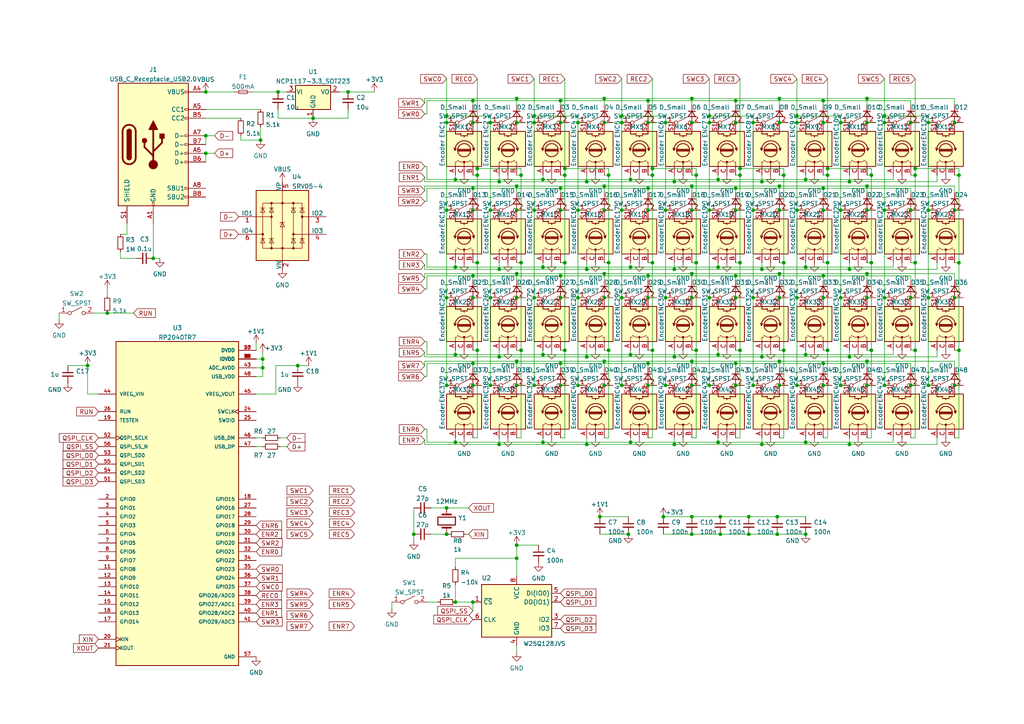
<source format=kicad_sch>
(kicad_sch (version 20211123) (generator eeschema)
  (paper "A4")
  (junction (at 180.34 60.96))
  (junction (at 154.94 111.76))
  (junction (at 129.54 35.56))
  (junction (at 157.48 52.07))
  (junction (at 149.86 111.76))
  (junction (at 227.33 76.2))
  (junction (at 182.245 154.94))
  (junction (at 187.96 60.96))
  (junction (at 201.93 101.6))
  (junction (at 59.69 26.67))
  (junction (at 217.17 154.94))
  (junction (at 176.53 101.6))
  (junction (at 163.83 48.895))
  (junction (at 76.2 106.68))
  (junction (at 208.28 102.87))
  (junction (at 149.86 35.56))
  (junction (at 162.56 29.21))
  (junction (at 213.36 60.96))
  (junction (at 251.46 28.575))
  (junction (at 238.76 80.01))
  (junction (at 226.06 86.36))
  (junction (at 200.66 149.86))
  (junction (at 226.06 79.375))
  (junction (at 213.36 86.36))
  (junction (at 180.34 35.56))
  (junction (at 276.86 35.56))
  (junction (at 214.63 76.2))
  (junction (at 233.68 154.94))
  (junction (at 154.94 35.56))
  (junction (at 151.13 101.6))
  (junction (at 175.26 53.975))
  (junction (at 180.34 33.655))
  (junction (at 276.86 111.76))
  (junction (at 218.44 60.96))
  (junction (at 251.46 86.36))
  (junction (at 162.56 105.41))
  (junction (at 195.58 103.505))
  (junction (at 238.76 86.36))
  (junction (at 252.73 101.6))
  (junction (at 176.53 50.8))
  (junction (at 129.54 154.94))
  (junction (at 187.96 86.36))
  (junction (at 240.03 48.895))
  (junction (at 137.16 111.76))
  (junction (at 193.04 111.76))
  (junction (at 264.16 60.96))
  (junction (at 256.54 60.96))
  (junction (at 129.54 60.96))
  (junction (at 175.26 60.96))
  (junction (at 246.38 103.505))
  (junction (at 217.17 149.86))
  (junction (at 200.66 53.975))
  (junction (at 182.88 52.07))
  (junction (at 200.66 60.96))
  (junction (at 175.26 111.76))
  (junction (at 86.36 106.045))
  (junction (at 154.94 60.96))
  (junction (at 208.915 154.94))
  (junction (at 240.03 76.2))
  (junction (at 175.26 79.375))
  (junction (at 218.44 86.36))
  (junction (at 225.425 154.94))
  (junction (at 151.13 76.2))
  (junction (at 226.06 35.56))
  (junction (at 137.16 105.41))
  (junction (at 213.36 54.61))
  (junction (at 205.74 86.36))
  (junction (at 231.14 111.76))
  (junction (at 149.86 86.36))
  (junction (at 269.24 35.56))
  (junction (at 137.16 86.36))
  (junction (at 200.66 111.76))
  (junction (at 265.43 50.8))
  (junction (at 243.84 111.76))
  (junction (at 157.48 77.47))
  (junction (at 162.56 80.01))
  (junction (at 278.13 50.8))
  (junction (at 225.425 149.86))
  (junction (at 231.14 86.36))
  (junction (at 238.76 35.56))
  (junction (at 214.63 101.6))
  (junction (at 138.43 101.6))
  (junction (at 76.2 104.14))
  (junction (at 252.73 50.8))
  (junction (at 256.54 111.76))
  (junction (at 157.48 102.87))
  (junction (at 269.24 60.96))
  (junction (at 149.86 28.575))
  (junction (at 218.44 111.76))
  (junction (at 193.04 60.96))
  (junction (at 243.84 35.56))
  (junction (at 144.78 52.705))
  (junction (at 162.56 35.56))
  (junction (at 151.13 50.8))
  (junction (at 233.68 77.47))
  (junction (at 264.16 86.36))
  (junction (at 269.24 111.76))
  (junction (at 149.86 104.775))
  (junction (at 213.36 111.76))
  (junction (at 231.14 35.56))
  (junction (at 265.43 48.895))
  (junction (at 213.36 80.01))
  (junction (at 238.76 105.41))
  (junction (at 167.64 60.96))
  (junction (at 180.34 111.76))
  (junction (at 265.43 76.2))
  (junction (at 231.14 60.96))
  (junction (at 187.96 54.61))
  (junction (at 246.38 52.705))
  (junction (at 233.68 52.07))
  (junction (at 170.18 52.705))
  (junction (at 137.16 174.625))
  (junction (at 175.26 35.56))
  (junction (at 137.16 54.61))
  (junction (at 138.43 50.8))
  (junction (at 256.54 33.655))
  (junction (at 80.645 26.67))
  (junction (at 200.66 104.775))
  (junction (at 163.83 50.8))
  (junction (at 137.16 80.01))
  (junction (at 182.88 77.47))
  (junction (at 205.74 33.655))
  (junction (at 138.43 76.2))
  (junction (at 220.98 103.505))
  (junction (at 137.16 60.96))
  (junction (at 75.565 40.64))
  (junction (at 264.16 111.76))
  (junction (at 170.18 78.105))
  (junction (at 205.74 111.76))
  (junction (at 256.54 86.36))
  (junction (at 170.18 103.505))
  (junction (at 144.78 103.505))
  (junction (at 129.54 33.655))
  (junction (at 100.965 26.67))
  (junction (at 220.98 78.105))
  (junction (at 149.86 158.115))
  (junction (at 220.98 128.905))
  (junction (at 175.26 86.36))
  (junction (at 142.24 111.76))
  (junction (at 90.805 34.29))
  (junction (at 144.78 78.105))
  (junction (at 137.16 29.21))
  (junction (at 208.28 77.47))
  (junction (at 154.94 86.36))
  (junction (at 208.28 52.07))
  (junction (at 200.66 86.36))
  (junction (at 132.08 128.27))
  (junction (at 251.46 60.96))
  (junction (at 189.23 101.6))
  (junction (at 189.23 76.2))
  (junction (at 162.56 111.76))
  (junction (at 264.16 35.56))
  (junction (at 201.93 76.2))
  (junction (at 175.26 104.775))
  (junction (at 149.86 60.96))
  (junction (at 214.63 50.8))
  (junction (at 213.36 35.56))
  (junction (at 149.86 53.975))
  (junction (at 182.88 128.27))
  (junction (at 200.66 79.375))
  (junction (at 162.56 60.96))
  (junction (at 142.24 60.96))
  (junction (at 226.06 53.975))
  (junction (at 269.24 86.36))
  (junction (at 251.46 79.375))
  (junction (at 193.04 86.36))
  (junction (at 238.76 60.96))
  (junction (at 213.36 105.41))
  (junction (at 233.68 102.87))
  (junction (at 180.34 86.36))
  (junction (at 163.83 101.6))
  (junction (at 251.46 111.76))
  (junction (at 187.96 80.01))
  (junction (at 170.18 128.905))
  (junction (at 208.915 149.86))
  (junction (at 195.58 78.105))
  (junction (at 175.26 28.575))
  (junction (at 226.06 104.775))
  (junction (at 227.33 101.6))
  (junction (at 200.66 154.94))
  (junction (at 142.24 35.56))
  (junction (at 246.38 128.905))
  (junction (at 238.76 29.21))
  (junction (at 162.56 86.36))
  (junction (at 218.44 35.56))
  (junction (at 192.405 149.86))
  (junction (at 200.66 28.575))
  (junction (at 132.08 174.625))
  (junction (at 149.86 79.375))
  (junction (at 205.74 60.96))
  (junction (at 243.84 60.96))
  (junction (at 193.04 35.56))
  (junction (at 214.63 48.895))
  (junction (at 220.98 52.705))
  (junction (at 227.33 50.8))
  (junction (at 276.86 60.96))
  (junction (at 138.43 48.895))
  (junction (at 129.54 86.36))
  (junction (at 137.16 35.56))
  (junction (at 144.78 128.905))
  (junction (at 252.73 76.2))
  (junction (at 163.83 76.2))
  (junction (at 208.28 128.27))
  (junction (at 182.88 102.87))
  (junction (at 157.48 128.27))
  (junction (at 132.08 102.87))
  (junction (at 265.43 101.6))
  (junction (at 167.64 35.56))
  (junction (at 251.46 35.56))
  (junction (at 205.74 35.56))
  (junction (at 278.13 101.6))
  (junction (at 154.94 33.655))
  (junction (at 129.54 147.32))
  (junction (at 276.86 86.36))
  (junction (at 213.36 29.21))
  (junction (at 226.06 60.96))
  (junction (at 233.68 128.27))
  (junction (at 243.84 86.36))
  (junction (at 278.13 76.2))
  (junction (at 167.64 86.36))
  (junction (at 167.64 111.76))
  (junction (at 25.4 106.045))
  (junction (at 59.69 44.45))
  (junction (at 251.46 53.975))
  (junction (at 238.76 54.61))
  (junction (at 59.69 39.37))
  (junction (at 200.66 35.56))
  (junction (at 132.08 52.07))
  (junction (at 240.03 101.6))
  (junction (at 132.08 77.47))
  (junction (at 187.96 111.76))
  (junction (at 251.46 104.775))
  (junction (at 31.115 90.805))
  (junction (at 189.23 48.895))
  (junction (at 195.58 128.905))
  (junction (at 120.015 154.94))
  (junction (at 187.96 29.21))
  (junction (at 187.96 35.56))
  (junction (at 238.76 111.76))
  (junction (at 256.54 35.56))
  (junction (at 142.24 86.36))
  (junction (at 149.86 161.925))
  (junction (at 226.06 28.575))
  (junction (at 231.14 33.655))
  (junction (at 246.38 78.105))
  (junction (at 173.99 149.86))
  (junction (at 201.93 50.8))
  (junction (at 189.23 50.8))
  (junction (at 44.45 74.93))
  (junction (at 176.53 76.2))
  (junction (at 187.96 105.41))
  (junction (at 240.03 50.8))
  (junction (at 195.58 52.705))
  (junction (at 162.56 54.61))
  (junction (at 129.54 111.76))
  (junction (at 226.06 111.76))
  (wire (pts (xy 175.26 101.6) (xy 176.53 101.6)))
  (wire (pts (xy 226.06 76.2) (xy 227.33 76.2)))
  (wire (pts (xy 182.88 102.87) (xy 208.28 102.87)))
  (wire (pts (xy 256.54 60.96) (xy 259.08 60.96)))
  (wire (pts (xy 213.36 76.2) (xy 214.63 76.2)))
  (wire (pts (xy 238.76 86.36) (xy 241.3 86.36)))
  (wire (pts (xy 200.66 154.94) (xy 208.915 154.94)))
  (wire (pts (xy 226.06 104.775) (xy 226.06 106.68)))
  (wire (pts (xy 205.74 86.36) (xy 205.74 111.76)))
  (wire (pts (xy 167.64 35.56) (xy 167.64 60.96)))
  (wire (pts (xy 123.825 33.02) (xy 123.19 33.02)))
  (wire (pts (xy 208.28 102.87) (xy 208.28 101.6)))
  (wire (pts (xy 132.08 76.2) (xy 132.08 77.47)))
  (wire (pts (xy 240.03 48.895) (xy 252.73 48.895)))
  (wire (pts (xy 162.56 80.01) (xy 162.56 81.28)))
  (wire (pts (xy 240.03 22.86) (xy 240.03 48.895)))
  (wire (pts (xy 243.84 86.36) (xy 246.38 86.36)))
  (wire (pts (xy 123.19 76.835) (xy 123.19 78.105)))
  (wire (pts (xy 220.98 128.905) (xy 220.98 127)))
  (wire (pts (xy 123.825 128.27) (xy 132.08 128.27)))
  (wire (pts (xy 182.88 128.27) (xy 182.88 127)))
  (wire (pts (xy 170.18 103.505) (xy 170.18 101.6)))
  (wire (pts (xy 238.76 105.41) (xy 238.76 106.68)))
  (wire (pts (xy 149.86 53.975) (xy 175.26 53.975)))
  (wire (pts (xy 201.93 50.8) (xy 201.93 76.2)))
  (wire (pts (xy 59.69 46.99) (xy 59.69 44.45)))
  (wire (pts (xy 240.03 101.6) (xy 240.03 127)))
  (wire (pts (xy 220.98 128.905) (xy 246.38 128.905)))
  (wire (pts (xy 189.23 76.2) (xy 189.23 101.6)))
  (wire (pts (xy 129.54 22.86) (xy 129.54 33.655)))
  (wire (pts (xy 149.86 167.005) (xy 149.86 161.925)))
  (wire (pts (xy 200.66 111.76) (xy 203.2 111.76)))
  (wire (pts (xy 123.825 48.26) (xy 123.19 48.26)))
  (wire (pts (xy 137.16 35.56) (xy 139.7 35.56)))
  (wire (pts (xy 189.23 50.8) (xy 189.23 48.895)))
  (wire (pts (xy 243.84 33.655) (xy 243.84 35.56)))
  (wire (pts (xy 123.825 52.07) (xy 123.825 48.26)))
  (wire (pts (xy 162.56 29.21) (xy 187.96 29.21)))
  (wire (pts (xy 238.76 60.96) (xy 241.3 60.96)))
  (wire (pts (xy 132.08 128.27) (xy 157.48 128.27)))
  (wire (pts (xy 132.08 77.47) (xy 157.48 77.47)))
  (wire (pts (xy 252.73 76.2) (xy 252.73 101.6)))
  (wire (pts (xy 238.76 54.61) (xy 238.76 55.88)))
  (wire (pts (xy 149.86 104.775) (xy 175.26 104.775)))
  (wire (pts (xy 238.76 111.76) (xy 241.3 111.76)))
  (wire (pts (xy 170.18 78.105) (xy 195.58 78.105)))
  (wire (pts (xy 238.76 76.2) (xy 240.03 76.2)))
  (wire (pts (xy 217.17 149.86) (xy 225.425 149.86)))
  (wire (pts (xy 123.825 77.47) (xy 132.08 77.47)))
  (wire (pts (xy 157.48 52.07) (xy 157.48 50.8)))
  (wire (pts (xy 129.54 33.655) (xy 142.24 33.655)))
  (wire (pts (xy 251.46 50.8) (xy 252.73 50.8)))
  (wire (pts (xy 149.86 55.88) (xy 149.86 53.975)))
  (wire (pts (xy 149.86 28.575) (xy 175.26 28.575)))
  (wire (pts (xy 220.98 103.505) (xy 246.38 103.505)))
  (wire (pts (xy 233.68 52.07) (xy 233.68 50.8)))
  (wire (pts (xy 137.16 80.01) (xy 162.56 80.01)))
  (wire (pts (xy 175.26 35.56) (xy 177.8 35.56)))
  (wire (pts (xy 200.66 50.8) (xy 201.93 50.8)))
  (wire (pts (xy 231.14 86.36) (xy 233.68 86.36)))
  (wire (pts (xy 200.66 28.575) (xy 200.66 30.48)))
  (wire (pts (xy 175.26 60.96) (xy 177.8 60.96)))
  (wire (pts (xy 205.74 35.56) (xy 205.74 33.655)))
  (wire (pts (xy 265.43 101.6) (xy 265.43 127)))
  (wire (pts (xy 269.24 86.36) (xy 269.24 111.76)))
  (wire (pts (xy 123.825 109.22) (xy 123.19 109.22)))
  (wire (pts (xy 123.19 28.575) (xy 149.86 28.575)))
  (wire (pts (xy 227.33 48.895) (xy 227.33 50.8)))
  (wire (pts (xy 200.66 101.6) (xy 201.93 101.6)))
  (wire (pts (xy 123.825 54.61) (xy 123.825 58.42)))
  (wire (pts (xy 278.13 127) (xy 278.13 101.6)))
  (wire (pts (xy 226.06 101.6) (xy 227.33 101.6)))
  (wire (pts (xy 256.54 33.655) (xy 269.24 33.655)))
  (wire (pts (xy 246.38 128.905) (xy 271.78 128.905)))
  (wire (pts (xy 265.43 76.2) (xy 265.43 101.6)))
  (wire (pts (xy 182.88 102.87) (xy 182.88 101.6)))
  (wire (pts (xy 269.24 86.36) (xy 271.78 86.36)))
  (wire (pts (xy 167.64 111.76) (xy 170.18 111.76)))
  (wire (pts (xy 187.96 54.61) (xy 187.96 55.88)))
  (wire (pts (xy 162.56 101.6) (xy 163.83 101.6)))
  (wire (pts (xy 175.26 53.975) (xy 175.26 55.88)))
  (wire (pts (xy 213.36 29.21) (xy 213.36 30.48)))
  (wire (pts (xy 123.19 102.235) (xy 123.19 103.505)))
  (wire (pts (xy 123.825 80.01) (xy 137.16 80.01)))
  (wire (pts (xy 123.19 103.505) (xy 144.78 103.505)))
  (wire (pts (xy 154.94 35.56) (xy 157.48 35.56)))
  (wire (pts (xy 132.08 127) (xy 132.08 128.27)))
  (wire (pts (xy 123.825 73.66) (xy 123.19 73.66)))
  (wire (pts (xy 144.78 78.105) (xy 170.18 78.105)))
  (wire (pts (xy 170.18 78.105) (xy 170.18 76.2)))
  (wire (pts (xy 182.88 52.07) (xy 208.28 52.07)))
  (wire (pts (xy 208.915 149.86) (xy 217.17 149.86)))
  (wire (pts (xy 231.14 60.96) (xy 233.68 60.96)))
  (wire (pts (xy 129.54 86.36) (xy 129.54 111.76)))
  (wire (pts (xy 175.26 79.375) (xy 200.66 79.375)))
  (wire (pts (xy 213.36 54.61) (xy 213.36 55.88)))
  (wire (pts (xy 129.54 35.56) (xy 132.08 35.56)))
  (wire (pts (xy 123.825 102.87) (xy 132.08 102.87)))
  (wire (pts (xy 138.43 50.8) (xy 138.43 48.895)))
  (wire (pts (xy 233.68 128.27) (xy 259.08 128.27)))
  (wire (pts (xy 265.43 50.8) (xy 265.43 76.2)))
  (wire (pts (xy 154.94 86.36) (xy 154.94 111.76)))
  (wire (pts (xy 238.76 80.01) (xy 264.16 80.01)))
  (wire (pts (xy 149.86 158.115) (xy 156.21 158.115)))
  (wire (pts (xy 137.16 81.28) (xy 137.16 80.01)))
  (wire (pts (xy 36.83 67.945) (xy 36.83 64.77)))
  (wire (pts (xy 208.28 52.07) (xy 233.68 52.07)))
  (wire (pts (xy 182.88 77.47) (xy 182.88 76.2)))
  (wire (pts (xy 200.66 28.575) (xy 226.06 28.575)))
  (wire (pts (xy 251.46 111.76) (xy 254 111.76)))
  (wire (pts (xy 175.26 104.775) (xy 200.66 104.775)))
  (wire (pts (xy 142.24 111.76) (xy 144.78 111.76)))
  (wire (pts (xy 252.73 50.8) (xy 252.73 76.2)))
  (wire (pts (xy 69.85 40.64) (xy 75.565 40.64)))
  (wire (pts (xy 180.34 35.56) (xy 180.34 60.96)))
  (wire (pts (xy 59.69 44.45) (xy 62.23 44.45)))
  (wire (pts (xy 170.18 128.905) (xy 170.18 127)))
  (wire (pts (xy 205.74 35.56) (xy 205.74 60.96)))
  (wire (pts (xy 154.94 35.56) (xy 154.94 33.655)))
  (wire (pts (xy 123.825 54.61) (xy 137.16 54.61)))
  (wire (pts (xy 189.23 48.895) (xy 201.93 48.895)))
  (wire (pts (xy 200.66 53.975) (xy 226.06 53.975)))
  (wire (pts (xy 226.06 111.76) (xy 228.6 111.76)))
  (wire (pts (xy 123.825 80.01) (xy 123.825 83.82)))
  (wire (pts (xy 144.78 52.705) (xy 170.18 52.705)))
  (wire (pts (xy 218.44 35.56) (xy 220.98 35.56)))
  (wire (pts (xy 135.255 154.94) (xy 135.89 154.94)))
  (wire (pts (xy 220.98 78.105) (xy 220.98 76.2)))
  (wire (pts (xy 264.16 76.2) (xy 265.43 76.2)))
  (wire (pts (xy 59.69 41.91) (xy 59.69 39.37)))
  (wire (pts (xy 123.19 79.375) (xy 149.86 79.375)))
  (wire (pts (xy 167.64 86.36) (xy 170.18 86.36)))
  (wire (pts (xy 264.16 50.8) (xy 265.43 50.8)))
  (wire (pts (xy 238.76 29.21) (xy 238.76 30.48)))
  (wire (pts (xy 34.925 73.025) (xy 34.925 74.93)))
  (wire (pts (xy 213.36 86.36) (xy 215.9 86.36)))
  (wire (pts (xy 218.44 111.76) (xy 220.98 111.76)))
  (wire (pts (xy 251.46 35.56) (xy 254 35.56)))
  (wire (pts (xy 149.86 30.48) (xy 149.86 28.575)))
  (wire (pts (xy 175.26 111.76) (xy 177.8 111.76)))
  (wire (pts (xy 192.405 149.86) (xy 200.66 149.86)))
  (wire (pts (xy 175.26 104.775) (xy 175.26 106.68)))
  (wire (pts (xy 189.23 22.86) (xy 189.23 48.895)))
  (wire (pts (xy 154.94 111.76) (xy 157.48 111.76)))
  (wire (pts (xy 193.04 86.36) (xy 193.04 111.76)))
  (wire (pts (xy 180.34 86.36) (xy 180.34 111.76)))
  (wire (pts (xy 154.94 35.56) (xy 154.94 60.96)))
  (wire (pts (xy 208.28 128.27) (xy 208.28 127)))
  (wire (pts (xy 180.34 35.56) (xy 182.88 35.56)))
  (wire (pts (xy 59.69 26.67) (xy 67.945 26.67)))
  (wire (pts (xy 142.24 86.36) (xy 142.24 111.76)))
  (wire (pts (xy 132.08 102.87) (xy 157.48 102.87)))
  (wire (pts (xy 123.825 102.87) (xy 123.825 99.06)))
  (wire (pts (xy 187.96 29.21) (xy 187.96 30.48)))
  (wire (pts (xy 157.48 52.07) (xy 182.88 52.07)))
  (wire (pts (xy 132.08 101.6) (xy 132.08 102.87)))
  (wire (pts (xy 200.66 35.56) (xy 203.2 35.56)))
  (wire (pts (xy 75.565 36.83) (xy 75.565 40.64)))
  (wire (pts (xy 144.78 101.6) (xy 144.78 103.505)))
  (wire (pts (xy 187.96 54.61) (xy 213.36 54.61)))
  (wire (pts (xy 113.665 176.53) (xy 113.665 174.625)))
  (wire (pts (xy 251.46 28.575) (xy 276.86 28.575)))
  (wire (pts (xy 76.2 102.235) (xy 76.2 104.14)))
  (wire (pts (xy 81.28 127) (xy 83.185 127)))
  (wire (pts (xy 163.83 48.895) (xy 176.53 48.895)))
  (wire (pts (xy 205.74 22.86) (xy 205.74 33.655)))
  (wire (pts (xy 252.73 127) (xy 251.46 127)))
  (wire (pts (xy 243.84 35.56) (xy 243.84 60.96)))
  (wire (pts (xy 137.16 54.61) (xy 162.56 54.61)))
  (wire (pts (xy 180.34 35.56) (xy 180.34 33.655)))
  (wire (pts (xy 167.64 60.96) (xy 170.18 60.96)))
  (wire (pts (xy 137.16 105.41) (xy 162.56 105.41)))
  (wire (pts (xy 182.88 52.07) (xy 182.88 50.8)))
  (wire (pts (xy 187.96 111.76) (xy 190.5 111.76)))
  (wire (pts (xy 259.08 77.47) (xy 259.08 76.2)))
  (wire (pts (xy 180.34 111.76) (xy 182.88 111.76)))
  (wire (pts (xy 233.68 128.27) (xy 233.68 127)))
  (wire (pts (xy 214.63 127) (xy 213.36 127)))
  (wire (pts (xy 218.44 33.655) (xy 218.44 35.56)))
  (wire (pts (xy 238.76 50.8) (xy 240.03 50.8)))
  (wire (pts (xy 213.36 35.56) (xy 215.9 35.56)))
  (wire (pts (xy 256.54 111.76) (xy 259.08 111.76)))
  (wire (pts (xy 195.58 128.905) (xy 220.98 128.905)))
  (wire (pts (xy 205.74 35.56) (xy 208.28 35.56)))
  (wire (pts (xy 201.93 101.6) (xy 201.93 127)))
  (wire (pts (xy 251.46 86.36) (xy 254 86.36)))
  (wire (pts (xy 27.305 90.805) (xy 31.115 90.805)))
  (wire (pts (xy 251.46 53.975) (xy 276.86 53.975)))
  (wire (pts (xy 151.13 76.2) (xy 151.13 101.6)))
  (wire (pts (xy 149.86 106.68) (xy 149.86 104.775)))
  (wire (pts (xy 74.295 104.14) (xy 76.2 104.14)))
  (wire (pts (xy 59.69 31.75) (xy 75.565 31.75)))
  (wire (pts (xy 278.13 50.8) (xy 276.86 50.8)))
  (wire (pts (xy 180.34 60.96) (xy 182.88 60.96)))
  (wire (pts (xy 123.825 58.42) (xy 123.19 58.42)))
  (wire (pts (xy 213.36 80.01) (xy 238.76 80.01)))
  (wire (pts (xy 144.78 103.505) (xy 170.18 103.505)))
  (wire (pts (xy 269.24 35.56) (xy 271.78 35.56)))
  (wire (pts (xy 200.66 104.775) (xy 200.66 106.68)))
  (wire (pts (xy 142.24 60.96) (xy 144.78 60.96)))
  (wire (pts (xy 149.86 81.28) (xy 149.86 79.375)))
  (wire (pts (xy 137.16 174.625) (xy 132.08 174.625)))
  (wire (pts (xy 218.44 60.96) (xy 220.98 60.96)))
  (wire (pts (xy 227.33 101.6) (xy 227.33 127)))
  (wire (pts (xy 187.96 86.36) (xy 190.5 86.36)))
  (wire (pts (xy 129.54 111.76) (xy 132.08 111.76)))
  (wire (pts (xy 243.84 86.36) (xy 243.84 111.76)))
  (wire (pts (xy 142.24 35.56) (xy 144.78 35.56)))
  (wire (pts (xy 200.66 53.975) (xy 200.66 55.88)))
  (wire (pts (xy 123.825 105.41) (xy 137.16 105.41)))
  (wire (pts (xy 264.16 105.41) (xy 264.16 106.68)))
  (wire (pts (xy 138.43 48.895) (xy 151.13 48.895)))
  (wire (pts (xy 200.66 149.86) (xy 208.915 149.86)))
  (wire (pts (xy 264.16 35.56) (xy 266.7 35.56)))
  (wire (pts (xy 17.145 92.71) (xy 17.145 90.805)))
  (wire (pts (xy 149.86 86.36) (xy 152.4 86.36)))
  (wire (pts (xy 123.825 83.82) (xy 123.19 83.82)))
  (wire (pts (xy 34.925 67.945) (xy 36.83 67.945)))
  (wire (pts (xy 120.015 156.845) (xy 120.015 154.94)))
  (wire (pts (xy 227.33 50.8) (xy 227.33 76.2)))
  (wire (pts (xy 123.19 28.575) (xy 123.19 29.845)))
  (wire (pts (xy 226.06 28.575) (xy 251.46 28.575)))
  (wire (pts (xy 220.98 103.505) (xy 220.98 101.6)))
  (wire (pts (xy 149.86 35.56) (xy 152.4 35.56)))
  (wire (pts (xy 200.66 76.2) (xy 201.93 76.2)))
  (wire (pts (xy 123.19 127.635) (xy 123.19 128.905)))
  (wire (pts (xy 180.34 86.36) (xy 182.88 86.36)))
  (wire (pts (xy 231.14 35.56) (xy 231.14 33.655)))
  (wire (pts (xy 276.86 101.6) (xy 278.13 101.6)))
  (wire (pts (xy 162.56 54.61) (xy 187.96 54.61)))
  (wire (pts (xy 226.06 60.96) (xy 228.6 60.96)))
  (wire (pts (xy 74.295 127) (xy 76.2 127)))
  (wire (pts (xy 218.44 86.36) (xy 218.44 111.76)))
  (wire (pts (xy 175.26 50.8) (xy 176.53 50.8)))
  (wire (pts (xy 157.48 77.47) (xy 182.88 77.47)))
  (wire (pts (xy 226.06 53.975) (xy 226.06 55.88)))
  (wire (pts (xy 226.06 79.375) (xy 251.46 79.375)))
  (wire (pts (xy 149.86 79.375) (xy 175.26 79.375)))
  (wire (pts (xy 176.53 101.6) (xy 176.53 127)))
  (wire (pts (xy 74.295 99.695) (xy 74.295 101.6)))
  (wire (pts (xy 205.74 60.96) (xy 208.28 60.96)))
  (wire (pts (xy 187.96 29.21) (xy 213.36 29.21)))
  (wire (pts (xy 187.96 105.41) (xy 213.36 105.41)))
  (wire (pts (xy 162.56 105.41) (xy 187.96 105.41)))
  (wire (pts (xy 137.16 30.48) (xy 137.16 29.21)))
  (wire (pts (xy 251.46 53.975) (xy 251.46 55.88)))
  (wire (pts (xy 129.54 154.94) (xy 130.175 154.94)))
  (wire (pts (xy 154.94 86.36) (xy 157.48 86.36)))
  (wire (pts (xy 100.965 34.29) (xy 100.965 31.75)))
  (wire (pts (xy 225.425 154.94) (xy 233.68 154.94)))
  (wire (pts (xy 138.43 101.6) (xy 138.43 127)))
  (wire (pts (xy 195.58 103.505) (xy 220.98 103.505)))
  (wire (pts (xy 44.45 74.93) (xy 46.355 74.93)))
  (wire (pts (xy 256.54 86.36) (xy 256.54 111.76)))
  (wire (pts (xy 187.96 101.6) (xy 189.23 101.6)))
  (wire (pts (xy 201.93 76.2) (xy 201.93 101.6)))
  (wire (pts (xy 233.68 102.87) (xy 259.08 102.87)))
  (wire (pts (xy 193.04 35.56) (xy 195.58 35.56)))
  (wire (pts (xy 123.825 29.21) (xy 123.825 33.02)))
  (wire (pts (xy 180.34 33.655) (xy 193.04 33.655)))
  (wire (pts (xy 252.73 101.6) (xy 252.73 127)))
  (wire (pts (xy 132.08 164.465) (xy 132.08 161.925)))
  (wire (pts (xy 157.48 77.47) (xy 157.48 76.2)))
  (wire (pts (xy 264.16 60.96) (xy 266.7 60.96)))
  (wire (pts (xy 25.4 106.045) (xy 25.4 114.3)))
  (wire (pts (xy 144.78 128.905) (xy 170.18 128.905)))
  (wire (pts (xy 259.08 128.27) (xy 259.08 127)))
  (wire (pts (xy 154.94 60.96) (xy 154.94 86.36)))
  (wire (pts (xy 256.54 22.86) (xy 256.54 33.655)))
  (wire (pts (xy 264.16 101.6) (xy 265.43 101.6)))
  (wire (pts (xy 208.28 77.47) (xy 233.68 77.47)))
  (wire (pts (xy 76.2 106.68) (xy 76.2 104.14)))
  (wire (pts (xy 243.84 111.76) (xy 246.38 111.76)))
  (wire (pts (xy 251.46 101.6) (xy 252.73 101.6)))
  (wire (pts (xy 246.38 103.505) (xy 246.38 101.6)))
  (wire (pts (xy 170.18 103.505) (xy 195.58 103.505)))
  (wire (pts (xy 132.08 161.925) (xy 149.86 161.925)))
  (wire (pts (xy 269.24 60.96) (xy 271.78 60.96)))
  (wire (pts (xy 269.24 35.56) (xy 269.24 60.96)))
  (wire (pts (xy 182.88 77.47) (xy 208.28 77.47)))
  (wire (pts (xy 214.63 50.8) (xy 214.63 76.2)))
  (wire (pts (xy 269.24 111.76) (xy 271.78 111.76)))
  (wire (pts (xy 170.18 128.905) (xy 195.58 128.905)))
  (wire (pts (xy 137.16 50.8) (xy 138.43 50.8)))
  (wire (pts (xy 243.84 60.96) (xy 246.38 60.96)))
  (wire (pts (xy 125.095 154.94) (xy 129.54 154.94)))
  (wire (pts (xy 80.645 34.29) (xy 90.805 34.29)))
  (wire (pts (xy 144.78 50.8) (xy 144.78 52.705)))
  (wire (pts (xy 213.36 101.6) (xy 214.63 101.6)))
  (wire (pts (xy 138.43 22.86) (xy 138.43 48.895)))
  (wire (pts (xy 154.94 60.96) (xy 157.48 60.96)))
  (wire (pts (xy 157.48 102.87) (xy 182.88 102.87)))
  (wire (pts (xy 176.53 76.2) (xy 176.53 101.6)))
  (wire (pts (xy 264.16 54.61) (xy 264.16 55.88)))
  (wire (pts (xy 214.63 50.8) (xy 214.63 48.895)))
  (wire (pts (xy 259.08 52.07) (xy 259.08 50.8)))
  (wire (pts (xy 162.56 76.2) (xy 163.83 76.2)))
  (wire (pts (xy 80.645 31.75) (xy 80.645 34.29)))
  (wire (pts (xy 213.36 80.01) (xy 213.36 81.28)))
  (wire (pts (xy 220.98 78.105) (xy 246.38 78.105)))
  (wire (pts (xy 278.13 48.895) (xy 278.13 50.8)))
  (wire (pts (xy 226.06 28.575) (xy 226.06 30.48)))
  (wire (pts (xy 132.08 50.8) (xy 132.08 52.07)))
  (wire (pts (xy 187.96 60.96) (xy 190.5 60.96)))
  (wire (pts (xy 137.16 76.2) (xy 138.43 76.2)))
  (wire (pts (xy 265.43 50.8) (xy 265.43 48.895)))
  (wire (pts (xy 205.74 60.96) (xy 205.74 86.36)))
  (wire (pts (xy 226.06 79.375) (xy 226.06 81.28)))
  (wire (pts (xy 238.76 54.61) (xy 264.16 54.61)))
  (wire (pts (xy 187.96 80.01) (xy 187.96 81.28)))
  (wire (pts (xy 149.86 60.96) (xy 152.4 60.96)))
  (wire (pts (xy 195.58 103.505) (xy 195.58 101.6)))
  (wire (pts (xy 187.96 105.41) (xy 187.96 106.68)))
  (wire (pts (xy 217.17 154.94) (xy 225.425 154.94)))
  (wire (pts (xy 180.34 60.96) (xy 180.34 86.36)))
  (wire (pts (xy 176.53 50.8) (xy 176.53 76.2)))
  (wire (pts (xy 251.46 60.96) (xy 254 60.96)))
  (wire (pts (xy 269.24 60.96) (xy 269.24 86.36)))
  (wire (pts (xy 182.88 128.27) (xy 208.28 128.27)))
  (wire (pts (xy 227.33 76.2) (xy 227.33 101.6)))
  (wire (pts (xy 214.63 101.6) (xy 214.63 127)))
  (wire (pts (xy 123.19 52.705) (xy 144.78 52.705)))
  (wire (pts (xy 233.68 77.47) (xy 233.68 76.2)))
  (wire (pts (xy 144.78 127) (xy 144.78 128.905)))
  (wire (pts (xy 233.68 77.47) (xy 259.08 77.47)))
  (wire (pts (xy 137.16 101.6) (xy 138.43 101.6)))
  (wire (pts (xy 213.36 54.61) (xy 238.76 54.61)))
  (wire (pts (xy 231.14 35.56) (xy 231.14 60.96)))
  (wire (pts (xy 123.19 53.975) (xy 149.86 53.975)))
  (wire (pts (xy 157.48 128.27) (xy 182.88 128.27)))
  (wire (pts (xy 218.44 86.36) (xy 220.98 86.36)))
  (wire (pts (xy 264.16 111.76) (xy 266.7 111.76)))
  (wire (pts (xy 246.38 78.105) (xy 271.78 78.105)))
  (wire (pts (xy 192.405 154.94) (xy 200.66 154.94)))
  (wire (pts (xy 137.16 86.36) (xy 139.7 86.36)))
  (wire (pts (xy 100.965 26.67) (xy 108.585 26.67)))
  (wire (pts (xy 132.08 174.625) (xy 132.08 169.545)))
  (wire (pts (xy 129.54 35.56) (xy 129.54 60.96)))
  (wire (pts (xy 276.86 28.575) (xy 276.86 30.48)))
  (wire (pts (xy 149.86 101.6) (xy 151.13 101.6)))
  (wire (pts (xy 129.54 60.96) (xy 132.08 60.96)))
  (wire (pts (xy 123.19 51.435) (xy 123.19 52.705)))
  (wire (pts (xy 142.24 33.655) (xy 142.24 35.56)))
  (wire (pts (xy 157.48 128.27) (xy 157.48 127)))
  (wire (pts (xy 157.48 102.87) (xy 157.48 101.6)))
  (wire (pts (xy 231.14 22.86) (xy 231.14 33.655)))
  (wire (pts (xy 137.16 55.88) (xy 137.16 54.61)))
  (wire (pts (xy 278.13 101.6) (xy 278.13 76.2)))
  (wire (pts (xy 34.925 74.93) (xy 39.37 74.93)))
  (wire (pts (xy 120.015 147.32) (xy 120.015 154.94)))
  (wire (pts (xy 175.26 79.375) (xy 175.26 81.28)))
  (wire (pts (xy 252.73 48.895) (xy 252.73 50.8)))
  (wire (pts (xy 142.24 60.96) (xy 142.24 86.36)))
  (wire (pts (xy 149.86 187.325) (xy 149.86 189.23)))
  (wire (pts (xy 167.64 35.56) (xy 170.18 35.56)))
  (wire (pts (xy 233.68 102.87) (xy 233.68 101.6)))
  (wire (pts (xy 226.06 86.36) (xy 228.6 86.36)))
  (wire (pts (xy 187.96 50.8) (xy 189.23 50.8)))
  (wire (pts (xy 231.14 33.655) (xy 243.84 33.655)))
  (wire (pts (xy 137.16 174.625) (xy 137.16 177.165)))
  (wire (pts (xy 264.16 86.36) (xy 266.7 86.36)))
  (wire (pts (xy 193.04 60.96) (xy 195.58 60.96)))
  (wire (pts (xy 187.96 35.56) (xy 190.5 35.56)))
  (wire (pts (xy 251.46 79.375) (xy 251.46 81.28)))
  (wire (pts (xy 176.53 48.895) (xy 176.53 50.8)))
  (wire (pts (xy 142.24 86.36) (xy 144.78 86.36)))
  (wire (pts (xy 218.44 35.56) (xy 218.44 60.96)))
  (wire (pts (xy 74.295 109.22) (xy 76.2 109.22)))
  (wire (pts (xy 149.86 161.925) (xy 149.86 158.115)))
  (wire (pts (xy 80.01 114.3) (xy 80.01 106.045)))
  (wire (pts (xy 201.93 127) (xy 200.66 127)))
  (wire (pts (xy 238.76 35.56) (xy 241.3 35.56)))
  (wire (pts (xy 271.78 103.505) (xy 271.78 101.6)))
  (wire (pts (xy 175.26 28.575) (xy 200.66 28.575)))
  (wire (pts (xy 163.83 76.2) (xy 163.83 101.6)))
  (wire (pts (xy 214.63 22.86) (xy 214.63 48.895)))
  (wire (pts (xy 163.83 50.8) (xy 163.83 76.2)))
  (wire (pts (xy 162.56 105.41) (xy 162.56 106.68)))
  (wire (pts (xy 170.18 52.705) (xy 170.18 50.8)))
  (wire (pts (xy 276.86 35.56) (xy 279.4 35.56)))
  (wire (pts (xy 213.36 105.41) (xy 238.76 105.41)))
  (wire (pts (xy 137.16 60.96) (xy 139.7 60.96)))
  (wire (pts (xy 251.46 104.775) (xy 251.46 106.68)))
  (wire (pts (xy 129.54 35.56) (xy 129.54 33.655)))
  (wire (pts (xy 265.43 127) (xy 264.16 127)))
  (wire (pts (xy 173.99 154.94) (xy 182.245 154.94)))
  (wire (pts (xy 213.36 105.41) (xy 213.36 106.68)))
  (wire (pts (xy 243.84 60.96) (xy 243.84 86.36)))
  (wire (pts (xy 205.74 86.36) (xy 208.28 86.36)))
  (wire (pts (xy 176.53 127) (xy 175.26 127)))
  (wire (pts (xy 86.36 106.045) (xy 89.535 106.045)))
  (wire (pts (xy 123.19 104.775) (xy 149.86 104.775)))
  (wire (pts (xy 167.64 33.655) (xy 167.64 35.56)))
  (wire (pts (xy 125.095 147.32) (xy 129.54 147.32)))
  (wire (pts (xy 200.66 86.36) (xy 203.2 86.36)))
  (wire (pts (xy 142.24 35.56) (xy 142.24 60.96)))
  (wire (pts (xy 213.36 60.96) (xy 215.9 60.96)))
  (wire (pts (xy 175.26 53.975) (xy 200.66 53.975)))
  (wire (pts (xy 163.83 50.8) (xy 163.83 48.895)))
  (wire (pts (xy 19.685 106.045) (xy 25.4 106.045)))
  (wire (pts (xy 214.63 76.2) (xy 214.63 101.6)))
  (wire (pts (xy 246.38 78.105) (xy 246.38 76.2)))
  (wire (pts (xy 243.84 35.56) (xy 246.38 35.56)))
  (wire (pts (xy 189.23 127) (xy 187.96 127)))
  (wire (pts (xy 276.86 76.2) (xy 278.13 76.2)))
  (wire (pts (xy 251.46 76.2) (xy 252.73 76.2)))
  (wire (pts (xy 31.115 90.805) (xy 38.735 90.805)))
  (wire (pts (xy 195.58 128.905) (xy 195.58 127)))
  (wire (pts (xy 123.825 77.47) (xy 123.825 73.66)))
  (wire (pts (xy 167.64 86.36) (xy 167.64 111.76)))
  (wire (pts (xy 193.04 86.36) (xy 195.58 86.36)))
  (wire (pts (xy 240.03 76.2) (xy 240.03 101.6)))
  (wire (pts (xy 69.85 39.37) (xy 69.85 40.64)))
  (wire (pts (xy 81.28 129.54) (xy 83.185 129.54)))
  (wire (pts (xy 256.54 60.96) (xy 256.54 86.36)))
  (wire (pts (xy 123.825 99.06) (xy 123.19 99.06)))
  (wire (pts (xy 271.78 78.105) (xy 271.78 76.2)))
  (wire (pts (xy 208.28 128.27) (xy 233.68 128.27)))
  (wire (pts (xy 213.36 111.76) (xy 215.9 111.76)))
  (wire (pts (xy 220.98 52.705) (xy 220.98 50.8)))
  (wire (pts (xy 276.86 79.375) (xy 276.86 81.28)))
  (wire (pts (xy 123.825 52.07) (xy 132.08 52.07)))
  (wire (pts (xy 231.14 60.96) (xy 231.14 86.36)))
  (wire (pts (xy 25.4 114.3) (xy 28.575 114.3)))
  (wire (pts (xy 246.38 103.505) (xy 271.78 103.505)))
  (wire (pts (xy 189.23 101.6) (xy 189.23 127)))
  (wire (pts (xy 227.33 127) (xy 226.06 127)))
  (wire (pts (xy 259.08 102.87) (xy 259.08 101.6)))
  (wire (pts (xy 251.46 79.375) (xy 276.86 79.375)))
  (wire (pts (xy 276.86 111.76) (xy 279.4 111.76)))
  (wire (pts (xy 246.38 52.705) (xy 246.38 50.8)))
  (wire (pts (xy 265.43 22.86) (xy 265.43 48.895)))
  (wire (pts (xy 137.16 111.76) (xy 139.7 111.76)))
  (wire (pts (xy 162.56 111.76) (xy 165.1 111.76)))
  (wire (pts (xy 226.06 104.775) (xy 251.46 104.775)))
  (wire (pts (xy 195.58 78.105) (xy 220.98 78.105)))
  (wire (pts (xy 80.645 26.67) (xy 83.185 26.67)))
  (wire (pts (xy 195.58 52.705) (xy 220.98 52.705)))
  (wire (pts (xy 151.13 127) (xy 149.86 127)))
  (wire (pts (xy 195.58 78.105) (xy 195.58 76.2)))
  (wire (pts (xy 208.28 102.87) (xy 233.68 102.87)))
  (wire (pts (xy 251.46 28.575) (xy 251.46 30.48)))
  (wire (pts (xy 278.13 76.2) (xy 278.13 50.8)))
  (wire (pts (xy 123.825 128.27) (xy 123.825 124.46)))
  (wire (pts (xy 74.295 106.68) (xy 76.2 106.68)))
  (wire (pts (xy 200.66 60.96) (xy 203.2 60.96)))
  (wire (pts (xy 193.04 111.76) (xy 195.58 111.76)))
  (wire (pts (xy 138.43 127) (xy 137.16 127)))
  (wire (pts (xy 193.04 35.56) (xy 193.04 60.96)))
  (wire (pts (xy 187.96 76.2) (xy 189.23 76.2)))
  (wire (pts (xy 144.78 76.2) (xy 144.78 78.105)))
  (wire (pts (xy 138.43 50.8) (xy 138.43 76.2)))
  (wire (pts (xy 256.54 86.36) (xy 259.08 86.36)))
  (wire (pts (xy 132.08 52.07) (xy 157.48 52.07)))
  (wire (pts (xy 123.825 105.41) (xy 123.825 109.22)))
  (wire (pts (xy 149.86 50.8) (xy 151.13 50.8)))
  (wire (pts (xy 264.16 80.01) (xy 264.16 81.28)))
  (wire (pts (xy 167.64 60.96) (xy 167.64 86.36)))
  (wire (pts (xy 246.38 128.905) (xy 246.38 127)))
  (wire (pts (xy 269.24 33.655) (xy 269.24 35.56)))
  (wire (pts (xy 76.2 109.22) (xy 76.2 106.68)))
  (wire (pts (xy 163.83 22.86) (xy 163.83 48.895)))
  (wire (pts (xy 240.03 127) (xy 238.76 127)))
  (wire (pts (xy 256.54 35.56) (xy 259.08 35.56)))
  (wire (pts (xy 74.295 114.3) (xy 80.01 114.3)))
  (wire (pts (xy 220.98 52.705) (xy 246.38 52.705)))
  (wire (pts (xy 129.54 60.96) (xy 129.54 86.36)))
  (wire (pts (xy 163.83 101.6) (xy 163.83 127)))
  (wire (pts (xy 231.14 111.76) (xy 233.68 111.76)))
  (wire (pts (xy 213.36 29.21) (xy 238.76 29.21)))
  (wire (pts (xy 187.96 80.01) (xy 213.36 80.01)))
  (wire (pts (xy 246.38 52.705) (xy 271.78 52.705)))
  (wire (pts (xy 200.66 104.775) (xy 226.06 104.775)))
  (wire (pts (xy 162.56 80.01) (xy 187.96 80.01)))
  (wire (pts (xy 162.56 50.8) (xy 163.83 50.8)))
  (wire (pts (xy 137.16 106.68) (xy 137.16 105.41)))
  (wire (pts (xy 276.86 60.96) (xy 279.4 60.96)))
  (wire (pts (xy 225.425 149.86) (xy 233.68 149.86)))
  (wire (pts (xy 151.13 48.895) (xy 151.13 50.8)))
  (wire (pts (xy 123.19 104.775) (xy 123.19 106.045)))
  (wire (pts (xy 123.19 78.105) (xy 144.78 78.105)))
  (wire (pts (xy 200.66 79.375) (xy 226.06 79.375)))
  (wire (pts (xy 151.13 50.8) (xy 151.13 76.2)))
  (wire (pts (xy 73.025 26.67) (xy 80.645 26.67)))
  (wire (pts (xy 276.86 127) (xy 278.13 127)))
  (wire (pts (xy 214.63 48.895) (xy 227.33 48.895)))
  (wire (pts (xy 238.76 101.6) (xy 240.03 101.6)))
  (wire (pts (xy 162.56 54.61) (xy 162.56 55.88)))
  (wire (pts (xy 238.76 80.01) (xy 238.76 81.28)))
  (wire (pts (xy 238.76 29.21) (xy 264.16 29.21)))
  (wire (pts (xy 175.26 76.2) (xy 176.53 76.2)))
  (wire (pts (xy 170.18 52.705) (xy 195.58 52.705)))
  (wire (pts (xy 208.915 154.94) (xy 217.17 154.94)))
  (wire (pts (xy 265.43 48.895) (xy 278.13 48.895)))
  (wire (pts (xy 154.94 33.655) (xy 167.64 33.655)))
  (wire (pts (xy 213.36 50.8) (xy 214.63 50.8)))
  (wire (pts (xy 154.94 22.86) (xy 154.94 33.655)))
  (wire (pts (xy 74.295 129.54) (xy 76.2 129.54)))
  (wire (pts (xy 123.19 53.975) (xy 123.19 55.245)))
  (wire (pts (xy 59.69 34.29) (xy 69.85 34.29)))
  (wire (pts (xy 137.16 29.21) (xy 162.56 29.21)))
  (wire (pts (xy 256.54 35.56) (xy 256.54 33.655)))
  (wire (pts (xy 149.86 76.2) (xy 151.13 76.2)))
  (wire (pts (xy 195.58 52.705) (xy 195.58 50.8)))
  (wire (pts (xy 276.86 104.775) (xy 276.86 106.68)))
  (wire (pts (xy 90.805 34.29) (xy 100.965 34.29)))
  (wire (pts (xy 240.03 50.8) (xy 240.03 76.2)))
  (wire (pts (xy 189.23 50.8) (xy 189.23 76.2)))
  (wire (pts (xy 201.93 48.895) (xy 201.93 50.8)))
  (wire (pts (xy 251.46 104.775) (xy 276.86 104.775)))
  (wire (pts (xy 123.825 124.46) (xy 123.19 124.46)))
  (wire (pts (xy 151.13 101.6) (xy 151.13 127)))
  (wire (pts (xy 175.26 86.36) (xy 177.8 86.36)))
  (wire (pts (xy 123.825 174.625) (xy 127 174.625)))
  (wire (pts (xy 163.83 127) (xy 162.56 127)))
  (wire (pts (xy 233.68 52.07) (xy 259.08 52.07)))
  (wire (pts (xy 123.825 29.21) (xy 137.16 29.21)))
  (wire (pts (xy 271.78 52.705) (xy 271.78 50.8)))
  (wire (pts (xy 226.06 35.56) (xy 228.6 35.56)))
  (wire (pts (xy 226.06 53.975) (xy 251.46 53.975)))
  (wire (pts (xy 80.01 106.045) (xy 86.36 106.045)))
  (wire (pts (xy 175.26 28.575) (xy 175.26 30.48)))
  (wire (pts (xy 123.19 79.375) (xy 123.19 80.645)))
  (wire (pts (xy 218.44 60.96) (xy 218.44 86.36)))
  (wire (pts (xy 129.54 147.32) (xy 135.89 147.32)))
  (wire (pts (xy 240.03 50.8) (xy 240.03 48.895)))
  (wire (pts (xy 238.76 105.41) (xy 264.16 105.41)))
  (wire (pts (xy 231.14 86.36) (xy 231.14 111.76)))
  (wire (pts (xy 208.28 77.47) (xy 208.28 76.2)))
  (wire (pts (xy 264.16 29.21) (xy 264.16 30.48)))
  (wire (pts (xy 256.54 35.56) (xy 256.54 60.96)))
  (wire (pts (xy 44.45 64.77) (xy 44.45 74.93)))
  (wire (pts (xy 205.74 33.655) (xy 218.44 33.655)))
  (wire (pts (xy 208.28 52.07) (xy 208.28 50.8)))
  (wire (pts (xy 162.56 29.21) (xy 162.56 30.48)))
  (wire (pts (xy 138.43 76.2) (xy 138.43 101.6)))
  (wire (pts (xy 98.425 26.67) (xy 100.965 26.67)))
  (wire (pts (xy 180.34 22.86) (xy 180.34 33.655)))
  (wire (pts (xy 173.99 149.86) (xy 182.245 149.86)))
  (wire (pts (xy 205.74 111.76) (xy 208.28 111.76)))
  (wire (pts (xy 193.04 60.96) (xy 193.04 86.36)))
  (wire (pts (xy 162.56 35.56) (xy 165.1 35.56)))
  (wire (pts (xy 231.14 35.56) (xy 233.68 35.56)))
  (wire (pts (xy 129.54 86.36) (xy 132.08 86.36)))
  (wire (pts (xy 149.86 111.76) (xy 152.4 111.76)))
  (wire (pts (xy 162.56 60.96) (xy 165.1 60.96)))
  (wire (pts (xy 226.06 50.8) (xy 227.33 50.8)))
  (wire (pts (xy 59.69 39.37) (xy 62.23 39.37)))
  (wire (pts (xy 271.78 128.905) (xy 271.78 127)))
  (wire (pts (xy 123.19 128.905) (xy 144.78 128.905)))
  (wire (pts (xy 162.56 86.36) (xy 165.1 86.36)))
  (wire (pts (xy 200.66 79.375) (xy 200.66 81.28)))
  (wire (pts (xy 31.115 83.82) (xy 31.115 85.725)))
  (wire (pts (xy 193.04 33.655) (xy 193.04 35.56)))
  (wire (pts (xy 276.86 86.36) (xy 279.4 86.36)))
  (wire (pts (xy 276.86 53.975) (xy 276.86 55.88)))
  (global_label "SWR7" (shape input) (at 123.19 106.045 180) (property "Intersheet References" "${INTERSHEET_REFS}" (effects hide)))
  (global_label "SWC0" (shape input) (at 74.295 170.18 0) (property "Intersheet References" "${INTERSHEET_REFS}" (effects hide)))
  (global_label "SWR2" (shape input) (at 74.295 157.48 0) (property "Intersheet References" "${INTERSHEET_REFS}" (effects hide)))
  (global_label "SWC2" (shape input) (at 90.805 145.415 180) (property "Intersheet References" "${INTERSHEET_REFS}" (effects hide)))
  (global_label "ENR6" (shape input) (at 123.19 124.46 180) (property "Intersheet References" "${INTERSHEET_REFS}" (effects hide)))
  (global_label "SWR3" (shape input) (at 74.295 180.34 0) (property "Intersheet References" "${INTERSHEET_REFS}" (effects hide)))
  (global_label "ENR5" (shape input) (at 102.87 175.26 180) (property "Intersheet References" "${INTERSHEET_REFS}" (effects hide)))
  (global_label "ENR6" (shape input) (at 74.295 152.4 0) (property "Intersheet References" "${INTERSHEET_REFS}" (effects hide)))
  (global_label "QSPI_CLK" (shape input) (at 137.16 179.705 180) (property "Intersheet References" "${INTERSHEET_REFS}" (effects hide)))
  (global_label "XIN" (shape input) (at 28.575 185.42 180) (property "Intersheet References" "${INTERSHEET_REFS}" (effects hide)))
  (global_label "REC1" (shape input) (at 163.83 22.86 180) (property "Intersheet References" "${INTERSHEET_REFS}" (effects hide)))
  (global_label "QSPI_D2" (shape input) (at 28.575 137.16 180) (property "Intersheet References" "${INTERSHEET_REFS}" (effects hide)))
  (global_label "D+" (shape input) (at 69.215 67.945 180) (property "Intersheet References" "${INTERSHEET_REFS}" (effects hide)))
  (global_label "D-" (shape input) (at 62.23 39.37 0) (property "Intersheet References" "${INTERSHEET_REFS}" (effects hide)))
  (global_label "ENR7" (shape input) (at 123.19 127.635 180) (property "Intersheet References" "${INTERSHEET_REFS}" (effects hide)))
  (global_label "ENR4" (shape input) (at 123.19 99.06 180) (property "Intersheet References" "${INTERSHEET_REFS}" (effects hide)))
  (global_label "QSPI_SS" (shape input) (at 28.575 129.54 180) (property "Intersheet References" "${INTERSHEET_REFS}" (effects hide)))
  (global_label "REC2" (shape input) (at 189.23 22.86 180) (property "Intersheet References" "${INTERSHEET_REFS}" (effects hide)))
  (global_label "D-" (shape input) (at 83.185 127 0) (property "Intersheet References" "${INTERSHEET_REFS}" (effects hide)))
  (global_label "ENR2" (shape input) (at 74.295 154.94 0) (property "Intersheet References" "${INTERSHEET_REFS}" (effects hide)))
  (global_label "RUN" (shape input) (at 38.735 90.805 0) (property "Intersheet References" "${INTERSHEET_REFS}" (effects hide)))
  (global_label "ENR3" (shape input) (at 74.295 175.26 0) (property "Intersheet References" "${INTERSHEET_REFS}" (effects hide)))
  (global_label "QSPI_D0" (shape input) (at 162.56 172.085 0) (property "Intersheet References" "${INTERSHEET_REFS}" (effects hide)))
  (global_label "QSPI_D3" (shape input) (at 28.575 139.7 180) (property "Intersheet References" "${INTERSHEET_REFS}" (effects hide)))
  (global_label "D+" (shape input) (at 62.23 44.45 0) (property "Intersheet References" "${INTERSHEET_REFS}" (effects hide)))
  (global_label "XOUT" (shape input) (at 28.575 187.96 180) (property "Intersheet References" "${INTERSHEET_REFS}" (effects hide)))
  (global_label "XIN" (shape input) (at 135.89 154.94 0) (property "Intersheet References" "${INTERSHEET_REFS}" (effects hide)))
  (global_label "REC3" (shape input) (at 214.63 22.86 180) (property "Intersheet References" "${INTERSHEET_REFS}" (effects hide)))
  (global_label "RUN" (shape input) (at 28.575 119.38 180) (property "Intersheet References" "${INTERSHEET_REFS}" (effects hide)))
  (global_label "SWR2" (shape input) (at 123.19 58.42 180) (property "Intersheet References" "${INTERSHEET_REFS}" (effects hide)))
  (global_label "SWC4" (shape input) (at 90.805 151.765 180) (property "Intersheet References" "${INTERSHEET_REFS}" (effects hide)))
  (global_label "REC5" (shape input) (at 265.43 22.86 180) (property "Intersheet References" "${INTERSHEET_REFS}" (effects hide)))
  (global_label "SWR5" (shape input) (at 90.805 175.26 180) (property "Intersheet References" "${INTERSHEET_REFS}" (effects hide)))
  (global_label "SWC3" (shape input) (at 90.805 148.59 180) (property "Intersheet References" "${INTERSHEET_REFS}" (effects hide)))
  (global_label "ENR0" (shape input) (at 74.295 160.02 0) (property "Intersheet References" "${INTERSHEET_REFS}" (effects hide)))
  (global_label "SWR0" (shape input) (at 123.19 33.02 180) (property "Intersheet References" "${INTERSHEET_REFS}" (effects hide)))
  (global_label "QSPI_D2" (shape input) (at 162.56 179.705 0) (property "Intersheet References" "${INTERSHEET_REFS}" (effects hide)))
  (global_label "QSPI_D3" (shape input) (at 162.56 182.245 0) (property "Intersheet References" "${INTERSHEET_REFS}" (effects hide)))
  (global_label "SWR1" (shape input) (at 123.19 29.845 180) (property "Intersheet References" "${INTERSHEET_REFS}" (effects hide)))
  (global_label "SWR5" (shape input) (at 123.19 80.645 180) (property "Intersheet References" "${INTERSHEET_REFS}" (effects hide)))
  (global_label "QSPI_D0" (shape input) (at 28.575 132.08 180) (property "Intersheet References" "${INTERSHEET_REFS}" (effects hide)))
  (global_label "REC3" (shape input) (at 102.87 148.59 180) (property "Intersheet References" "${INTERSHEET_REFS}" (effects hide)))
  (global_label "SWR6" (shape input) (at 90.805 178.435 180) (property "Intersheet References" "${INTERSHEET_REFS}" (effects hide)))
  (global_label "REC0" (shape input) (at 138.43 22.86 180) (property "Intersheet References" "${INTERSHEET_REFS}" (effects hide)))
  (global_label "REC1" (shape input) (at 102.87 142.24 180) (property "Intersheet References" "${INTERSHEET_REFS}" (effects hide)))
  (global_label "ENR3" (shape input) (at 123.19 76.835 180) (property "Intersheet References" "${INTERSHEET_REFS}" (effects hide)))
  (global_label "SWC1" (shape input) (at 90.805 142.24 180) (property "Intersheet References" "${INTERSHEET_REFS}" (effects hide)))
  (global_label "QSPI_D1" (shape input) (at 162.56 174.625 0) (property "Intersheet References" "${INTERSHEET_REFS}" (effects hide)))
  (global_label "REC4" (shape input) (at 240.03 22.86 180) (property "Intersheet References" "${INTERSHEET_REFS}" (effects hide)))
  (global_label "D+" (shape input) (at 83.185 129.54 0) (property "Intersheet References" "${INTERSHEET_REFS}" (effects hide)))
  (global_label "SWR4" (shape input) (at 123.19 83.82 180) (property "Intersheet References" "${INTERSHEET_REFS}" (effects hide)))
  (global_label "QSPI_CLK" (shape input) (at 28.575 127 180) (property "Intersheet References" "${INTERSHEET_REFS}" (effects hide)))
  (global_label "XOUT" (shape input) (at 135.89 147.32 0) (property "Intersheet References" "${INTERSHEET_REFS}" (effects hide)))
  (global_label "SWC5" (shape input) (at 90.805 154.94 180) (property "Intersheet References" "${INTERSHEET_REFS}" (effects hide)))
  (global_label "ENR1" (shape input) (at 74.295 177.8 0) (property "Intersheet References" "${INTERSHEET_REFS}" (effects hide)))
  (global_label "ENR7" (shape input) (at 102.87 181.61 180) (property "Intersheet References" "${INTERSHEET_REFS}" (effects hide)))
  (global_label "ENR4" (shape input) (at 102.87 172.085 180) (property "Intersheet References" "${INTERSHEET_REFS}" (effects hide)))
  (global_label "SWC4" (shape input) (at 231.14 22.86 180) (property "Intersheet References" "${INTERSHEET_REFS}" (effects hide)))
  (global_label "SWR1" (shape input) (at 74.295 167.64 0) (property "Intersheet References" "${INTERSHEET_REFS}" (effects hide)))
  (global_label "QSPI_D1" (shape input) (at 28.575 134.62 180) (property "Intersheet References" "${INTERSHEET_REFS}" (effects hide)))
  (global_label "SWR7" (shape input) (at 90.805 181.61 180) (property "Intersheet References" "${INTERSHEET_REFS}" (effects hide)))
  (global_label "SWC3" (shape input) (at 205.74 22.86 180) (property "Intersheet References" "${INTERSHEET_REFS}" (effects hide)))
  (global_label "SWR3" (shape input) (at 123.19 55.245 180) (property "Intersheet References" "${INTERSHEET_REFS}" (effects hide)))
  (global_label "REC2" (shape input) (at 102.87 145.415 180) (property "Intersheet References" "${INTERSHEET_REFS}" (effects hide)))
  (global_label "ENR2" (shape input) (at 123.19 73.66 180) (property "Intersheet References" "${INTERSHEET_REFS}" (effects hide)))
  (global_label "ENR1" (shape input) (at 123.19 51.435 180) (property "Intersheet References" "${INTERSHEET_REFS}" (effects hide)))
  (global_label "SWR4" (shape input) (at 90.805 172.085 180) (property "Intersheet References" "${INTERSHEET_REFS}" (effects hide)))
  (global_label "SWR6" (shape input) (at 123.19 109.22 180) (property "Intersheet References" "${INTERSHEET_REFS}" (effects hide)))
  (global_label "ENR5" (shape input) (at 123.19 102.235 180) (property "Intersheet References" "${INTERSHEET_REFS}" (effects hide)))
  (global_label "ENR0" (shape input) (at 123.19 48.26 180) (property "Intersheet References" "${INTERSHEET_REFS}" (effects hide)))
  (global_label "SWC0" (shape input) (at 129.54 22.86 180) (property "Intersheet References" "${INTERSHEET_REFS}" (effects hide)))
  (global_label "SWC5" (shape input) (at 256.54 22.86 180) (property "Intersheet References" "${INTERSHEET_REFS}" (effects hide)))
  (global_label "SWC2" (shape input) (at 180.34 22.86 180) (property "Intersheet References" "${INTERSHEET_REFS}" (effects hide)))
  (global_label "REC4" (shape input) (at 102.87 151.765 180) (property "Intersheet References" "${INTERSHEET_REFS}" (effects hide)))
  (global_label "D-" (shape input) (at 69.215 62.865 180) (property "Intersheet References" "${INTERSHEET_REFS}" (effects hide)))
  (global_label "SWR0" (shape input) (at 74.295 165.1 0) (property "Intersheet References" "${INTERSHEET_REFS}" (effects hide)))
  (global_label "QSPI_SS" (shape input) (at 137.16 177.165 180) (property "Intersheet References" "${INTERSHEET_REFS}" (effects hide)))
  (global_label "REC5" (shape input) (at 102.87 154.94 180) (property "Intersheet References" "${INTERSHEET_REFS}" (effects hide)))
  (global_label "REC0" (shape input) (at 74.295 172.72 0) (property "Intersheet References" "${INTERSHEET_REFS}" (effects hide)))
  (global_label "SWC1" (shape input) (at 154.94 22.86 180) (property "Intersheet References" "${INTERSHEET_REFS}" (effects hide)))
  (symbol (lib_id "Device:Rotary_Encoder_Switch") (at 274.32 68.58 90) (unit 1)
    (property "Reference" "ENC24" (at 267.97 62.865 0))
    (property "Value" "Encoder" (at 267.97 69.85 0))
    (property "Footprint" "Keebio-Parts:RotaryEncoder_Alps_EC11E-Switch_Vertical_H20mm" (effects hide))
  )
  (symbol (lib_id "Switch:SW_SPST") (at 223.52 111.76 0) (unit 1)
    (property "Reference" "MX44" (at 222.885 113.03 0))
    (property "Value" "SW_SPST" (at 220.345 109.855 0))
    (property "Footprint" "MX_Only:MXOnly-1U-NoLED" (effects hide))
  )
  (symbol (lib_id "Device:D_Small") (at 149.86 109.22 270) (unit 1)
    (property "Reference" "D38" (at 149.86 107.315 90) (effects (justify left)))
    (property "Value" "D_Small" (at 140.335 107.315 90) (effects (justify left)))
    (property "Footprint" "Diode_SMD:D_SOD-123" (effects hide))
  )
  (symbol (lib_id "Device:Rotary_Encoder_Switch") (at 134.62 119.38 90) (unit 1)
    (property "Reference" "ENC37" (at 128.27 113.665 0))
    (property "Value" "Encoder" (at 128.27 120.65 0))
    (property "Footprint" "Keebio-Parts:RotaryEncoder_Alps_EC11E-Switch_Vertical_H20mm" (effects hide))
  )
  (symbol (lib_id "Switch:SW_SPST") (at 160.02 35.56 0) (unit 1)
    (property "Reference" "MX3" (at 159.385 36.83 0))
    (property "Value" "SW_SPST" (at 156.845 33.655 0))
    (property "Footprint" "MX_Only:MXOnly-1U-NoLED" (effects hide))
  )
  (symbol (lib_id "power:GND") (at 134.62 76.2 0) (unit 1)
    (property "Reference" "#PWR017" (effects hide))
    (property "Value" "GND" (at 134.62 80.7625 0))
  )
  (symbol (lib_id "Device:R_Small") (at 31.115 88.265 0) (unit 1)
    (property "Reference" "R9" (at 32.6136 87.3565 0) (effects (justify left)))
    (property "Value" "5.1k" (at 32.6136 90.1316 0) (effects (justify left)))
    (property "Footprint" "Resistor_SMD:R_0402_1005Metric" (effects hide))
  )
  (symbol (lib_id "power:GND") (at 223.52 101.6 0) (unit 1)
    (property "Reference" "#PWR037" (effects hide))
    (property "Value" "GND" (at 223.52 106.1625 0))
  )
  (symbol (lib_id "Switch:SW_SPST") (at 210.82 35.56 0) (unit 1)
    (property "Reference" "MX7" (at 210.185 36.83 0))
    (property "Value" "SW_SPST" (at 207.645 33.655 0))
    (property "Footprint" "MX_Only:MXOnly-1U-NoLED" (effects hide))
  )
  (symbol (lib_id "power:GND") (at 160.02 101.6 0) (unit 1)
    (property "Reference" "#PWR032" (effects hide))
    (property "Value" "GND" (at 160.02 106.1625 0))
  )
  (symbol (lib_id "Device:Rotary_Encoder_Switch") (at 185.42 93.98 90) (unit 1)
    (property "Reference" "ENC29" (at 179.07 88.265 0))
    (property "Value" "Encoder" (at 179.07 95.25 0))
    (property "Footprint" "Keebio-Parts:RotaryEncoder_Alps_EC11E-Switch_Vertical_H20mm" (effects hide))
  )
  (symbol (lib_id "Device:Rotary_Encoder_Switch") (at 160.02 43.18 90) (unit 1)
    (property "Reference" "ENC3" (at 153.67 37.465 0))
    (property "Value" "Encoder" (at 153.67 44.45 0))
    (property "Footprint" "Keebio-Parts:RotaryEncoder_Alps_EC11E-Switch_Vertical_H20mm" (effects hide))
  )
  (symbol (lib_id "Device:Rotary_Encoder_Switch") (at 261.62 43.18 90) (unit 1)
    (property "Reference" "ENC11" (at 255.27 37.465 0))
    (property "Value" "Encoder" (at 255.27 44.45 0))
    (property "Footprint" "Keebio-Parts:RotaryEncoder_Alps_EC11E-Switch_Vertical_H20mm" (effects hide))
  )
  (symbol (lib_id "Device:C_Small") (at 192.405 152.4 0) (unit 1)
    (property "Reference" "C9" (at 194.7291 151.4978 0) (effects (justify left)))
    (property "Value" "100n" (at 194.7291 154.2729 0) (effects (justify left)))
    (property "Footprint" "Capacitor_SMD:C_0402_1005Metric" (effects hide))
  )
  (symbol (lib_id "power:GND") (at 210.82 76.2 0) (unit 1)
    (property "Reference" "#PWR023" (effects hide))
    (property "Value" "GND" (at 210.82 80.7625 0))
  )
  (symbol (lib_id "power:GND") (at 223.52 76.2 0) (unit 1)
    (property "Reference" "#PWR024" (effects hide))
    (property "Value" "GND" (at 223.52 80.7625 0))
  )
  (symbol (lib_id "Device:D_Small") (at 251.46 83.82 270) (unit 1)
    (property "Reference" "D34" (at 251.46 81.915 90) (effects (justify left)))
    (property "Value" "D_Small" (at 241.935 81.915 90) (effects (justify left)))
    (property "Footprint" "Diode_SMD:D_SOD-123" (effects hide))
  )
  (symbol (lib_id "power:GND") (at 248.92 76.2 0) (unit 1)
    (property "Reference" "#PWR026" (effects hide))
    (property "Value" "GND" (at 248.92 80.7625 0))
  )
  (symbol (lib_id "Device:D_Small") (at 226.06 109.22 270) (unit 1)
    (property "Reference" "D44" (at 226.06 107.315 90) (effects (justify left)))
    (property "Value" "D_Small" (at 216.535 107.315 90) (effects (justify left)))
    (property "Footprint" "Diode_SMD:D_SOD-123" (effects hide))
  )
  (symbol (lib_id "power:GND") (at 147.32 50.8 0) (unit 1)
    (property "Reference" "#PWR06" (effects hide))
    (property "Value" "GND" (at 147.32 55.3625 0))
  )
  (symbol (lib_id "Device:D_Small") (at 226.06 58.42 270) (unit 1)
    (property "Reference" "D20" (at 226.06 56.515 90) (effects (justify left)))
    (property "Value" "D_Small" (at 216.535 56.515 90) (effects (justify left)))
    (property "Footprint" "Diode_SMD:D_SOD-123" (effects hide))
  )
  (symbol (lib_id "Regulator_Linear:NCP1117-3.3_SOT223") (at 90.805 26.67 0) (unit 1)
    (property "Reference" "U1" (at 90.805 20.7985 0))
    (property "Value" "NCP1117-3.3_SOT223" (at 90.805 23.5736 0))
    (property "Footprint" "Package_TO_SOT_SMD:SOT-89-3" (effects hide))
    (property "Datasheet" "http://www.onsemi.com/pub_link/Collateral/NCP1117-D.PDF" (effects hide))
  )
  (symbol (lib_id "power:+3V3") (at 25.4 106.045 0) (unit 1)
    (property "Reference" "#PWR0102" (effects hide))
    (property "Value" "+3V3" (at 25.4 102.4405 0))
  )
  (symbol (lib_id "Switch:SW_SPST") (at 134.62 60.96 0) (unit 1)
    (property "Reference" "MX13" (at 133.985 62.23 0))
    (property "Value" "SW_SPST" (at 131.445 59.055 0))
    (property "Footprint" "MX_Only:MXOnly-1U-NoLED" (effects hide))
  )
  (symbol (lib_id "Switch:SW_SPST") (at 185.42 60.96 0) (unit 1)
    (property "Reference" "MX17" (at 184.785 62.23 0))
    (property "Value" "SW_SPST" (at 182.245 59.055 0))
    (property "Footprint" "MX_Only:MXOnly-1U-NoLED" (effects hide))
  )
  (symbol (lib_id "Device:D_Small") (at 175.26 33.02 270) (unit 1)
    (property "Reference" "D4" (at 175.26 31.115 90) (effects (justify left)))
    (property "Value" "D_Small" (at 165.735 31.115 90) (effects (justify left)))
    (property "Footprint" "Diode_SMD:D_SOD-123" (effects hide))
  )
  (symbol (lib_id "power:GND") (at 172.72 101.6 0) (unit 1)
    (property "Reference" "#PWR033" (effects hide))
    (property "Value" "GND" (at 172.72 106.1625 0))
  )
  (symbol (lib_id "Switch:SW_SPST") (at 160.02 60.96 0) (unit 1)
    (property "Reference" "MX15" (at 159.385 62.23 0))
    (property "Value" "SW_SPST" (at 156.845 59.055 0))
    (property "Footprint" "MX_Only:MXOnly-1U-NoLED" (effects hide))
  )
  (symbol (lib_id "Device:D_Small") (at 187.96 33.02 270) (unit 1)
    (property "Reference" "D5" (at 187.96 31.115 90) (effects (justify left)))
    (property "Value" "D_Small" (at 178.435 31.115 90) (effects (justify left)))
    (property "Footprint" "Diode_SMD:D_SOD-123" (effects hide))
  )
  (symbol (lib_id "power:GND") (at 223.52 127 0) (unit 1)
    (property "Reference" "#PWR049" (effects hide))
    (property "Value" "GND" (at 223.52 131.5625 0))
  )
  (symbol (lib_id "power:GND") (at 90.805 34.29 0) (unit 1)
    (property "Reference" "#PWR03" (effects hide))
    (property "Value" "GND" (at 90.805 38.8525 0))
  )
  (symbol (lib_id "power:GND") (at 248.92 101.6 0) (unit 1)
    (property "Reference" "#PWR039" (effects hide))
    (property "Value" "GND" (at 248.92 106.1625 0))
  )
  (symbol (lib_id "Switch:SW_SPST") (at 248.92 111.76 0) (unit 1)
    (property "Reference" "MX46" (at 248.285 113.03 0))
    (property "Value" "SW_SPST" (at 245.745 109.855 0))
    (property "Footprint" "MX_Only:MXOnly-1U-NoLED" (effects hide))
  )
  (symbol (lib_id "Device:C_Small") (at 225.425 152.4 0) (unit 1)
    (property "Reference" "C13" (at 227.7491 151.4978 0) (effects (justify left)))
    (property "Value" "100n" (at 227.7491 154.2729 0) (effects (justify left)))
    (property "Footprint" "Capacitor_SMD:C_0402_1005Metric" (effects hide))
  )
  (symbol (lib_id "Device:Rotary_Encoder_Switch") (at 223.52 43.18 90) (unit 1)
    (property "Reference" "ENC8" (at 217.17 37.465 0))
    (property "Value" "Encoder" (at 217.17 44.45 0))
    (property "Footprint" "Keebio-Parts:RotaryEncoder_Alps_EC11E-Switch_Vertical_H20mm" (effects hide))
  )
  (symbol (lib_id "Switch:SW_SPST") (at 223.52 86.36 0) (unit 1)
    (property "Reference" "MX32" (at 222.885 87.63 0))
    (property "Value" "SW_SPST" (at 220.345 84.455 0))
    (property "Footprint" "MX_Only:MXOnly-1U-NoLED" (effects hide))
  )
  (symbol (lib_id "Switch:SW_SPST") (at 185.42 86.36 0) (unit 1)
    (property "Reference" "MX29" (at 184.785 87.63 0))
    (property "Value" "SW_SPST" (at 182.245 84.455 0))
    (property "Footprint" "MX_Only:MXOnly-1U-NoLED" (effects hide))
  )
  (symbol (lib_id "Device:R_Small") (at 129.54 174.625 270) (unit 1)
    (property "Reference" "R5" (at 129.54 169.9219 90))
    (property "Value" "1k" (at 129.54 172.697 90))
    (property "Footprint" "Resistor_SMD:R_0402_1005Metric" (effects hide))
  )
  (symbol (lib_id "Switch:SW_SPST") (at 134.62 111.76 0) (unit 1)
    (property "Reference" "MX37" (at 133.985 113.03 0))
    (property "Value" "SW_SPST" (at 131.445 109.855 0))
    (property "Footprint" "MX_Only:MXOnly-1U-NoLED" (effects hide))
  )
  (symbol (lib_id "Device:Rotary_Encoder_Switch") (at 210.82 68.58 90) (unit 1)
    (property "Reference" "ENC19" (at 204.47 62.865 0))
    (property "Value" "Encoder" (at 204.47 69.85 0))
    (property "Footprint" "Keebio-Parts:RotaryEncoder_Alps_EC11E-Switch_Vertical_H20mm" (effects hide))
  )
  (symbol (lib_id "Device:Rotary_Encoder_Switch") (at 223.52 93.98 90) (unit 1)
    (property "Reference" "ENC32" (at 217.17 88.265 0))
    (property "Value" "Encoder" (at 217.17 95.25 0))
    (property "Footprint" "Keebio-Parts:RotaryEncoder_Alps_EC11E-Switch_Vertical_H20mm" (effects hide))
  )
  (symbol (lib_id "Device:Fuse_Small") (at 70.485 26.67 0) (unit 1)
    (property "Reference" "F1" (at 70.485 22.3225 0))
    (property "Value" "500mA" (at 70.485 25.0976 0))
    (property "Footprint" "Fuse:Fuse_1206_3216Metric" (effects hide))
  )
  (symbol (lib_id "Device:Rotary_Encoder_Switch") (at 223.52 68.58 90) (unit 1)
    (property "Reference" "ENC20" (at 217.17 62.865 0))
    (property "Value" "Encoder" (at 217.17 69.85 0))
    (property "Footprint" "Keebio-Parts:RotaryEncoder_Alps_EC11E-Switch_Vertical_H20mm" (effects hide))
  )
  (symbol (lib_id "power:GND") (at 160.02 127 0) (unit 1)
    (property "Reference" "#PWR044" (effects hide))
    (property "Value" "GND" (at 160.02 131.5625 0))
  )
  (symbol (lib_id "power:GND") (at 81.915 78.105 0) (unit 1)
    (property "Reference" "#PWR0112" (effects hide))
    (property "Value" "GND" (at 81.915 82.6675 0))
  )
  (symbol (lib_id "power:GND") (at 147.32 101.6 0) (unit 1)
    (property "Reference" "#PWR031" (effects hide))
    (property "Value" "GND" (at 147.32 106.1625 0))
  )
  (symbol (lib_id "Device:Rotary_Encoder_Switch") (at 261.62 93.98 90) (unit 1)
    (property "Reference" "ENC35" (at 255.27 88.265 0))
    (property "Value" "Encoder" (at 255.27 95.25 0))
    (property "Footprint" "Keebio-Parts:RotaryEncoder_Alps_EC11E-Switch_Vertical_H20mm" (effects hide))
  )
  (symbol (lib_id "Device:R_Small") (at 132.715 154.94 90) (unit 1)
    (property "Reference" "R8" (at 132.715 156.845 90))
    (property "Value" "1k" (at 132.715 159.385 90))
    (property "Footprint" "Resistor_SMD:R_0402_1005Metric" (effects hide))
  )
  (symbol (lib_id "Switch:SW_SPST") (at 210.82 111.76 0) (unit 1)
    (property "Reference" "MX43" (at 210.185 113.03 0))
    (property "Value" "SW_SPST" (at 207.645 109.855 0))
    (property "Footprint" "MX_Only:MXOnly-1U-NoLED" (effects hide))
  )
  (symbol (lib_id "Switch:SW_SPST") (at 210.82 60.96 0) (unit 1)
    (property "Reference" "MX19" (at 210.185 62.23 0))
    (property "Value" "SW_SPST" (at 207.645 59.055 0))
    (property "Footprint" "MX_Only:MXOnly-1U-NoLED" (effects hide))
  )
  (symbol (lib_id "Device:D_Small") (at 276.86 83.82 270) (unit 1)
    (property "Reference" "D36" (at 276.86 81.915 90) (effects (justify left)))
    (property "Value" "D_Small" (at 267.335 81.915 90) (effects (justify left)))
    (property "Footprint" "Diode_SMD:D_SOD-123" (effects hide))
  )
  (symbol (lib_id "power:GND") (at 248.92 50.8 0) (unit 1)
    (property "Reference" "#PWR014" (effects hide))
    (property "Value" "GND" (at 248.92 55.3625 0))
  )
  (symbol (lib_id "power:GND") (at 185.42 101.6 0) (unit 1)
    (property "Reference" "#PWR034" (effects hide))
    (property "Value" "GND" (at 185.42 106.1625 0))
  )
  (symbol (lib_id "Switch:SW_SPST") (at 147.32 35.56 0) (unit 1)
    (property "Reference" "MX2" (at 146.685 36.83 0))
    (property "Value" "SW_SPST" (at 144.145 33.655 0))
    (property "Footprint" "MX_Only:MXOnly-1U-NoLED" (effects hide))
  )
  (symbol (lib_id "Device:Rotary_Encoder_Switch") (at 198.12 43.18 90) (unit 1)
    (property "Reference" "ENC6" (at 191.77 37.465 0))
    (property "Value" "Encoder" (at 191.77 44.45 0))
    (property "Footprint" "Keebio-Parts:RotaryEncoder_Alps_EC11E-Switch_Vertical_H20mm" (effects hide))
  )
  (symbol (lib_id "Device:D_Small") (at 213.36 83.82 270) (unit 1)
    (property "Reference" "D31" (at 213.36 81.915 90) (effects (justify left)))
    (property "Value" "D_Small" (at 203.835 81.915 90) (effects (justify left)))
    (property "Footprint" "Diode_SMD:D_SOD-123" (effects hide))
  )
  (symbol (lib_id "Device:Rotary_Encoder_Switch") (at 134.62 43.18 90) (unit 1)
    (property "Reference" "ENC1" (at 128.27 37.465 0))
    (property "Value" "Encoder" (at 128.27 44.45 0))
    (property "Footprint" "Keebio-Parts:RotaryEncoder_Alps_EC11E-Switch_Vertical_H20mm" (effects hide))
  )
  (symbol (lib_id "Device:Rotary_Encoder_Switch") (at 147.32 119.38 90) (unit 1)
    (property "Reference" "ENC38" (at 140.97 113.665 0))
    (property "Value" "Encoder" (at 140.97 120.65 0))
    (property "Footprint" "Keebio-Parts:RotaryEncoder_Alps_EC11E-Switch_Vertical_H20mm" (effects hide))
  )
  (symbol (lib_id "Device:Rotary_Encoder_Switch") (at 261.62 119.38 90) (unit 1)
    (property "Reference" "ENC47" (at 255.27 113.665 0))
    (property "Value" "Encoder" (at 255.27 120.65 0))
    (property "Footprint" "Keebio-Parts:RotaryEncoder_Alps_EC11E-Switch_Vertical_H20mm" (effects hide))
  )
  (symbol (lib_id "power:GND") (at 134.62 50.8 0) (unit 1)
    (property "Reference" "#PWR05" (effects hide))
    (property "Value" "GND" (at 134.62 55.3625 0))
  )
  (symbol (lib_id "power:GND") (at 17.145 92.71 0) (unit 1)
    (property "Reference" "#PWR0115" (effects hide))
    (property "Value" "GND" (at 17.145 97.2725 0))
  )
  (symbol (lib_id "power:GND") (at 147.32 76.2 0) (unit 1)
    (property "Reference" "#PWR018" (effects hide))
    (property "Value" "GND" (at 147.32 80.7625 0))
  )
  (symbol (lib_id "power:GND") (at 120.015 156.845 0) (unit 1)
    (property "Reference" "#PWR057" (effects hide))
    (property "Value" "GND" (at 120.015 161.4075 0))
  )
  (symbol (lib_id "power:GND") (at 172.72 76.2 0) (unit 1)
    (property "Reference" "#PWR020" (effects hide))
    (property "Value" "GND" (at 172.72 80.7625 0))
  )
  (symbol (lib_id "Switch:SW_SPST") (at 185.42 35.56 0) (unit 1)
    (property "Reference" "MX5" (at 184.785 36.83 0))
    (property "Value" "SW_SPST" (at 182.245 33.655 0))
    (property "Footprint" "MX_Only:MXOnly-1U-NoLED" (effects hide))
  )
  (symbol (lib_id "Switch:SW_SPST") (at 118.745 174.625 0) (unit 1)
    (property "Reference" "SW1" (at 118.745 169.0075 0))
    (property "Value" "SW_SPST" (at 118.745 171.7826 0))
    (property "Footprint" "Keebio-Parts:SW_SPST_TL3342" (effects hide))
  )
  (symbol (lib_id "power:GND") (at 156.21 163.195 0) (unit 1)
    (property "Reference" "#PWR055" (effects hide))
    (property "Value" "GND" (at 156.21 167.7575 0))
  )
  (symbol (lib_id "Device:Rotary_Encoder_Switch") (at 248.92 119.38 90) (unit 1)
    (property "Reference" "ENC46" (at 242.57 113.665 0))
    (property "Value" "Encoder" (at 242.57 120.65 0))
    (property "Footprint" "Keebio-Parts:RotaryEncoder_Alps_EC11E-Switch_Vertical_H20mm" (effects hide))
  )
  (symbol (lib_id "power:+1V1") (at 173.99 149.86 0) (unit 1)
    (property "Reference" "#PWR0109" (effects hide))
    (property "Value" "+1V1" (at 173.99 146.2555 0))
  )
  (symbol (lib_id "power:GND") (at 261.62 101.6 0) (unit 1)
    (property "Reference" "#PWR040" (effects hide))
    (property "Value" "GND" (at 261.62 106.1625 0))
  )
  (symbol (lib_id "Device:C_Small") (at 208.915 152.4 0) (unit 1)
    (property "Reference" "C11" (at 211.2391 151.4978 0) (effects (justify left)))
    (property "Value" "100n" (at 211.2391 154.2729 0) (effects (justify left)))
    (property "Footprint" "Capacitor_SMD:C_0402_1005Metric" (effects hide))
  )
  (symbol (lib_id "Device:R_Small") (at 78.74 129.54 90) (unit 1)
    (property "Reference" "R7" (at 74.93 132.08 90))
    (property "Value" "27" (at 78.74 132.08 90))
    (property "Footprint" "Resistor_SMD:R_0402_1005Metric" (effects hide))
  )
  (symbol (lib_id "Device:C_Small") (at 233.68 152.4 0) (unit 1)
    (property "Reference" "C14" (at 236.0041 151.4978 0) (effects (justify left)))
    (property "Value" "100n" (at 236.0041 154.2729 0) (effects (justify left)))
    (property "Footprint" "Capacitor_SMD:C_0402_1005Metric" (effects hide))
  )
  (symbol (lib_id "power:GND") (at 236.22 101.6 0) (unit 1)
    (property "Reference" "#PWR038" (effects hide))
    (property "Value" "GND" (at 236.22 106.1625 0))
  )
  (symbol (lib_id "power:GND") (at 210.82 127 0) (unit 1)
    (property "Reference" "#PWR048" (effects hide))
    (property "Value" "GND" (at 210.82 131.5625 0))
  )
  (symbol (lib_id "Device:Rotary_Encoder_Switch") (at 274.32 93.98 90) (unit 1)
    (property "Reference" "ENC36" (at 267.97 88.265 0))
    (property "Value" "Encoder" (at 267.97 95.25 0))
    (property "Footprint" "Keebio-Parts:RotaryEncoder_Alps_EC11E-Switch_Vertical_H20mm" (effects hide))
  )
  (symbol (lib_id "Device:Rotary_Encoder_Switch") (at 210.82 43.18 90) (unit 1)
    (property "Reference" "ENC7" (at 204.47 37.465 0))
    (property "Value" "Encoder" (at 204.47 44.45 0))
    (property "Footprint" "Keebio-Parts:RotaryEncoder_Alps_EC11E-Switch_Vertical_H20mm" (effects hide))
  )
  (symbol (lib_id "Switch:SW_SPST") (at 22.225 90.805 0) (unit 1)
    (property "Reference" "SW2" (at 22.225 85.1875 0))
    (property "Value" "SW_SPST" (at 22.225 87.9626 0))
    (property "Footprint" "Keebio-Parts:SW_SPST_TL3342" (effects hide))
  )
  (symbol (lib_id "power:GND") (at 198.12 101.6 0) (unit 1)
    (property "Reference" "#PWR035" (effects hide))
    (property "Value" "GND" (at 198.12 106.1625 0))
  )
  (symbol (lib_id "marbastlib-various:SRV05-4") (at 81.915 65.405 0) (unit 1)
    (property "Reference" "U4" (at 84.6837 51.2785 0) (effects (justify left)))
    (property "Value" "SRV05-4" (at 84.6837 54.0536 0) (effects (justify left)))
    (property "Footprint" "marbastlib-various:SOT-23-6-routable" (effects hide))
    (property "Datasheet" "http://www.onsemi.com/pub/Collateral/SRV05-4-D.PDF" (effects hide))
  )
  (symbol (lib_id "power:GND") (at 172.72 50.8 0) (unit 1)
    (property "Reference" "#PWR08" (effects hide))
    (property "Value" "GND" (at 172.72 55.3625 0))
  )
  (symbol (lib_id "power:VBUS") (at 59.69 26.67 0) (unit 1)
    (property "Reference" "#PWR01" (effects hide))
    (property "Value" "VBUS" (at 59.69 23.0655 0))
  )
  (symbol (lib_id "Device:D_Small") (at 200.66 58.42 270) (unit 1)
    (property "Reference" "D18" (at 200.66 56.515 90) (effects (justify left)))
    (property "Value" "D_Small" (at 191.135 56.515 90) (effects (justify left)))
    (property "Footprint" "Diode_SMD:D_SOD-123" (effects hide))
  )
  (symbol (lib_id "Device:Rotary_Encoder_Switch") (at 198.12 68.58 90) (unit 1)
    (property "Reference" "ENC18" (at 191.77 62.865 0))
    (property "Value" "Encoder" (at 191.77 69.85 0))
    (property "Footprint" "Keebio-Parts:RotaryEncoder_Alps_EC11E-Switch_Vertical_H20mm" (effects hide))
  )
  (symbol (lib_id "Device:D_Small") (at 149.86 33.02 270) (unit 1)
    (property "Reference" "D2" (at 149.86 31.115 90) (effects (justify left)))
    (property "Value" "D_Small" (at 140.335 31.115 90) (effects (justify left)))
    (property "Footprint" "Diode_SMD:D_SOD-123" (effects hide))
  )
  (symbol (lib_id "Device:D_Small") (at 251.46 33.02 270) (unit 1)
    (property "Reference" "D10" (at 251.46 31.115 90) (effects (justify left)))
    (property "Value" "D_Small" (at 241.935 31.115 90) (effects (justify left)))
    (property "Footprint" "Diode_SMD:D_SOD-123" (effects hide))
  )
  (symbol (lib_id "power:GND") (at 236.22 50.8 0) (unit 1)
    (property "Reference" "#PWR013" (effects hide))
    (property "Value" "GND" (at 236.22 55.3625 0))
  )
  (symbol (lib_id "power:GND") (at 236.22 76.2 0) (unit 1)
    (property "Reference" "#PWR025" (effects hide))
    (property "Value" "GND" (at 236.22 80.7625 0))
  )
  (symbol (lib_id "power:GND") (at 223.52 50.8 0) (unit 1)
    (property "Reference" "#PWR012" (effects hide))
    (property "Value" "GND" (at 223.52 55.3625 0))
  )
  (symbol (lib_id "power:VBUS") (at 81.915 52.705 0) (unit 1)
    (property "Reference" "#PWR0113" (effects hide))
    (property "Value" "VBUS" (at 81.915 49.1005 0))
  )
  (symbol (lib_id "power:GND") (at 160.02 50.8 0) (unit 1)
    (property "Reference" "#PWR07" (effects hide))
    (property "Value" "GND" (at 160.02 55.3625 0))
  )
  (symbol (lib_id "Device:D_Small") (at 187.96 83.82 270) (unit 1)
    (property "Reference" "D29" (at 187.96 81.915 90) (effects (justify left)))
    (property "Value" "D_Small" (at 178.435 81.915 90) (effects (justify left)))
    (property "Footprint" "Diode_SMD:D_SOD-123" (effects hide))
  )
  (symbol (lib_id "Switch:SW_SPST") (at 223.52 60.96 0) (unit 1)
    (property "Reference" "MX20" (at 222.885 62.23 0))
    (property "Value" "SW_SPST" (at 220.345 59.055 0))
    (property "Footprint" "MX_Only:MXOnly-1U-NoLED" (effects hide))
  )
  (symbol (lib_id "Device:D_Small") (at 162.56 109.22 270) (unit 1)
    (property "Reference" "D39" (at 162.56 107.315 90) (effects (justify left)))
    (property "Value" "D_Small" (at 153.035 107.315 90) (effects (justify left)))
    (property "Footprint" "Diode_SMD:D_SOD-123" (effects hide))
  )
  (symbol (lib_id "Switch:SW_SPST") (at 172.72 111.76 0) (unit 1)
    (property "Reference" "MX40" (at 172.085 113.03 0))
    (property "Value" "SW_SPST" (at 169.545 109.855 0))
    (property "Footprint" "MX_Only:MXOnly-1U-NoLED" (effects hide))
  )
  (symbol (lib_id "Device:D_Small") (at 175.26 109.22 270) (unit 1)
    (property "Reference" "D40" (at 175.26 107.315 90) (effects (justify left)))
    (property "Value" "D_Small" (at 165.735 107.315 90) (effects (justify left)))
    (property "Footprint" "Diode_SMD:D_SOD-123" (effects hide))
  )
  (symbol (lib_id "Device:D_Small") (at 264.16 83.82 270) (unit 1)
    (property "Reference" "D35" (at 264.16 81.915 90) (effects (justify left)))
    (property "Value" "D_Small" (at 254.635 81.915 90) (effects (justify left)))
    (property "Footprint" "Diode_SMD:D_SOD-123" (effects hide))
  )
  (symbol (lib_id "Device:Rotary_Encoder_Switch") (at 236.22 119.38 90) (unit 1)
    (property "Reference" "ENC45" (at 229.87 113.665 0))
    (property "Value" "Encoder" (at 229.87 120.65 0))
    (property "Footprint" "Keebio-Parts:RotaryEncoder_Alps_EC11E-Switch_Vertical_H20mm" (effects hide))
  )
  (symbol (lib_id "power:GND") (at 198.12 127 0) (unit 1)
    (property "Reference" "#PWR047" (effects hide))
    (property "Value" "GND" (at 198.12 131.5625 0))
  )
  (symbol (lib_id "Device:Rotary_Encoder_Switch") (at 172.72 68.58 90) (unit 1)
    (property "Reference" "ENC16" (at 166.37 62.865 0))
    (property "Value" "Encoder" (at 166.37 69.85 0))
    (property "Footprint" "Keebio-Parts:RotaryEncoder_Alps_EC11E-Switch_Vertical_H20mm" (effects hide))
  )
  (symbol (lib_id "power:GND") (at 75.565 40.64 0) (unit 1)
    (property "Reference" "#PWR04" (effects hide))
    (property "Value" "GND" (at 75.565 45.2025 0))
  )
  (symbol (lib_id "Device:C_Small") (at 41.91 74.93 270) (unit 1)
    (property "Reference" "C3" (at 41.9036 69.4014 90))
    (property "Value" "0.1u" (at 41.9036 72.1765 90))
    (property "Footprint" "Capacitor_SMD:C_0402_1005Metric" (effects hide))
  )
  (symbol (lib_id "power:+1V1") (at 74.295 99.695 0) (unit 1)
    (property "Reference" "#PWR0104" (effects hide))
    (property "Value" "+1V1" (at 74.295 96.0905 0))
  )
  (symbol (lib_id "Device:D_Small") (at 162.56 58.42 270) (unit 1)
    (property "Reference" "D15" (at 162.56 56.515 90) (effects (justify left)))
    (property "Value" "D_Small" (at 153.035 56.515 90) (effects (justify left)))
    (property "Footprint" "Diode_SMD:D_SOD-123" (effects hide))
  )
  (symbol (lib_id "Device:D_Small") (at 213.36 33.02 270) (unit 1)
    (property "Reference" "D7" (at 213.36 31.115 90) (effects (justify left)))
    (property "Value" "D_Small" (at 203.835 31.115 90) (effects (justify left)))
    (property "Footprint" "Diode_SMD:D_SOD-123" (effects hide))
  )
  (symbol (lib_id "Device:C_Small") (at 122.555 154.94 270) (unit 1)
    (property "Reference" "C6" (at 122.5486 149.4114 90))
    (property "Value" "27p" (at 122.5486 152.1865 90))
    (property "Footprint" "Capacitor_SMD:C_0402_1005Metric" (effects hide))
  )
  (symbol (lib_id "Switch:SW_SPST") (at 261.62 86.36 0) (unit 1)
    (property "Reference" "MX35" (at 260.985 87.63 0))
    (property "Value" "SW_SPST" (at 258.445 84.455 0))
    (property "Footprint" "MX_Only:MXOnly-1U-NoLED" (effects hide))
  )
  (symbol (lib_id "Device:D_Small") (at 162.56 83.82 270) (unit 1)
    (property "Reference" "D27" (at 162.56 81.915 90) (effects (justify left)))
    (property "Value" "D_Small" (at 153.035 81.915 90) (effects (justify left)))
    (property "Footprint" "Diode_SMD:D_SOD-123" (effects hide))
  )
  (symbol (lib_id "Device:D_Small") (at 149.86 83.82 270) (unit 1)
    (property "Reference" "D26" (at 149.86 81.915 90) (effects (justify left)))
    (property "Value" "D_Small" (at 140.335 81.915 90) (effects (justify left)))
    (property "Footprint" "Diode_SMD:D_SOD-123" (effects hide))
  )
  (symbol (lib_id "power:GND") (at 261.62 50.8 0) (unit 1)
    (property "Reference" "#PWR015" (effects hide))
    (property "Value" "GND" (at 261.62 55.3625 0))
  )
  (symbol (lib_id "Switch:SW_SPST") (at 274.32 35.56 0) (unit 1)
    (property "Reference" "MX12" (at 273.685 36.83 0))
    (property "Value" "SW_SPST" (at 271.145 33.655 0))
    (property "Footprint" "MX_Only:MXOnly-1U-NoLED" (effects hide))
  )
  (symbol (lib_id "Device:Rotary_Encoder_Switch") (at 134.62 93.98 90) (unit 1)
    (property "Reference" "ENC25" (at 128.27 88.265 0))
    (property "Value" "Encoder" (at 128.27 95.25 0))
    (property "Footprint" "Keebio-Parts:RotaryEncoder_Alps_EC11E-Switch_Vertical_H20mm" (effects hide))
  )
  (symbol (lib_id "Device:D_Small") (at 187.96 58.42 270) (unit 1)
    (property "Reference" "D17" (at 187.96 56.515 90) (effects (justify left)))
    (property "Value" "D_Small" (at 178.435 56.515 90) (effects (justify left)))
    (property "Footprint" "Diode_SMD:D_SOD-123" (effects hide))
  )
  (symbol (lib_id "power:GND") (at 274.32 127 0) (unit 1)
    (property "Reference" "#PWR053" (effects hide))
    (property "Value" "GND" (at 274.32 131.5625 0))
  )
  (symbol (lib_id "Switch:SW_SPST") (at 198.12 60.96 0) (unit 1)
    (property "Reference" "MX18" (at 197.485 62.23 0))
    (property "Value" "SW_SPST" (at 194.945 59.055 0))
    (property "Footprint" "MX_Only:MXOnly-1U-NoLED" (effects hide))
  )
  (symbol (lib_id "Device:D_Small") (at 238.76 109.22 270) (unit 1)
    (property "Reference" "D45" (at 238.76 107.315 90) (effects (justify left)))
    (property "Value" "D_Small" (at 229.235 107.315 90) (effects (justify left)))
    (property "Footprint" "Diode_SMD:D_SOD-123" (effects hide))
  )
  (symbol (lib_id "Switch:SW_SPST") (at 185.42 111.76 0) (unit 1)
    (property "Reference" "MX41" (at 184.785 113.03 0))
    (property "Value" "SW_SPST" (at 182.245 109.855 0))
    (property "Footprint" "MX_Only:MXOnly-1U-NoLED" (effects hide))
  )
  (symbol (lib_id "Device:C_Small") (at 182.245 152.4 0) (unit 1)
    (property "Reference" "C8" (at 184.5691 151.4978 0) (effects (justify left)))
    (property "Value" "100n" (at 184.5691 154.2729 0) (effects (justify left)))
    (property "Footprint" "Capacitor_SMD:C_0402_1005Metric" (effects hide))
  )
  (symbol (lib_id "power:GND") (at 134.62 101.6 0) (unit 1)
    (property "Reference" "#PWR030" (effects hide))
    (property "Value" "GND" (at 134.62 106.1625 0))
  )
  (symbol (lib_id "Switch:SW_SPST") (at 248.92 60.96 0) (unit 1)
    (property "Reference" "MX22" (at 248.285 62.23 0))
    (property "Value" "SW_SPST" (at 245.745 59.055 0))
    (property "Footprint" "MX_Only:MXOnly-1U-NoLED" (effects hide))
  )
  (symbol (lib_id "Switch:SW_SPST") (at 261.62 60.96 0) (unit 1)
    (property "Reference" "MX23" (at 260.985 62.23 0))
    (property "Value" "SW_SPST" (at 258.445 59.055 0))
    (property "Footprint" "MX_Only:MXOnly-1U-NoLED" (effects hide))
  )
  (symbol (lib_id "Switch:SW_SPST") (at 248.92 35.56 0) (unit 1)
    (property "Reference" "MX10" (at 248.285 36.83 0))
    (property "Value" "SW_SPST" (at 245.745 33.655 0))
    (property "Footprint" "MX_Only:MXOnly-1U-NoLED" (effects hide))
  )
  (symbol (lib_id "power:+3V3") (at 31.115 83.82 0) (unit 1)
    (property "Reference" "#PWR0114" (effects hide))
    (property "Value" "+3V3" (at 31.115 80.2155 0))
  )
  (symbol (lib_id "Device:Rotary_Encoder_Switch") (at 274.32 119.38 90) (unit 1)
    (property "Reference" "ENC48" (at 267.97 113.665 0))
    (property "Value" "Encoder" (at 267.97 120.65 0))
    (property "Footprint" "Keebio-Parts:RotaryEncoder_Alps_EC11E-Switch_Vertical_H20mm" (effects hide))
  )
  (symbol (lib_id "Device:Rotary_Encoder_Switch") (at 248.92 93.98 90) (unit 1)
    (property "Reference" "ENC34" (at 242.57 88.265 0))
    (property "Value" "Encoder" (at 242.57 95.25 0))
    (property "Footprint" "Keebio-Parts:RotaryEncoder_Alps_EC11E-Switch_Vertical_H20mm" (effects hide))
  )
  (symbol (lib_id "Switch:SW_SPST") (at 274.32 60.96 0) (unit 1)
    (property "Reference" "MX24" (at 273.685 62.23 0))
    (property "Value" "SW_SPST" (at 271.145 59.055 0))
    (property "Footprint" "MX_Only:MXOnly-1U-NoLED" (effects hide))
  )
  (symbol (lib_id "Device:D_Small") (at 137.16 33.02 270) (unit 1)
    (property "Reference" "D1" (at 137.16 31.115 90) (effects (justify left)))
    (property "Value" "D_Small" (at 127.635 31.115 90) (effects (justify left)))
    (property "Footprint" "Diode_SMD:D_SOD-123" (effects hide))
  )
  (symbol (lib_id "power:GND") (at 134.62 127 0) (unit 1)
    (property "Reference" "#PWR042" (effects hide))
    (property "Value" "GND" (at 134.62 131.5625 0))
  )
  (symbol (lib_id "Device:D_Small") (at 137.16 83.82 270) (unit 1)
    (property "Reference" "D25" (at 137.16 81.915 90) (effects (justify left)))
    (property "Value" "D_Small" (at 127.635 81.915 90) (effects (justify left)))
    (property "Footprint" "Diode_SMD:D_SOD-123" (effects hide))
  )
  (symbol (lib_id "power:GND") (at 261.62 127 0) (unit 1)
    (property "Reference" "#PWR052" (effects hide))
    (property "Value" "GND" (at 261.62 131.5625 0))
  )
  (symbol (lib_id "Device:Rotary_Encoder_Switch") (at 147.32 68.58 90) (unit 1)
    (property "Reference" "ENC14" (at 140.97 62.865 0))
    (property "Value" "Encoder" (at 140.97 69.85 0))
    (property "Footprint" "Keebio-Parts:RotaryEncoder_Alps_EC11E-Switch_Vertical_H20mm" (effects hide))
  )
  (symbol (lib_id "Device:Rotary_Encoder_Switch") (at 172.72 43.18 90) (unit 1)
    (property "Reference" "ENC4" (at 166.37 37.465 0))
    (property "Value" "Encoder" (at 166.37 44.45 0))
    (property "Footprint" "Keebio-Parts:RotaryEncoder_Alps_EC11E-Switch_Vertical_H20mm" (effects hide))
  )
  (symbol (lib_id "Switch:SW_SPST") (at 172.72 35.56 0) (unit 1)
    (property "Reference" "MX4" (at 172.085 36.83 0))
    (property "Value" "SW_SPST" (at 169.545 33.655 0))
    (property "Footprint" "MX_Only:MXOnly-1U-NoLED" (effects hide))
  )
  (symbol (lib_id "Device:Rotary_Encoder_Switch") (at 236.22 43.18 90) (unit 1)
    (property "Reference" "ENC9" (at 229.87 37.465 0))
    (property "Value" "Encoder" (at 229.87 44.45 0))
    (property "Footprint" "Keebio-Parts:RotaryEncoder_Alps_EC11E-Switch_Vertical_H20mm" (effects hide))
  )
  (symbol (lib_id "Switch:SW_SPST") (at 160.02 111.76 0) (unit 1)
    (property "Reference" "MX39" (at 159.385 113.03 0))
    (property "Value" "SW_SPST" (at 156.845 109.855 0))
    (property "Footprint" "MX_Only:MXOnly-1U-NoLED" (effects hide))
  )
  (symbol (lib_id "Device:Rotary_Encoder_Switch") (at 147.32 43.18 90) (unit 1)
    (property "Reference" "ENC2" (at 140.97 37.465 0))
    (property "Value" "Encoder" (at 140.97 44.45 0))
    (property "Footprint" "Keebio-Parts:RotaryEncoder_Alps_EC11E-Switch_Vertical_H20mm" (effects hide))
  )
  (symbol (lib_id "Device:D_Small") (at 175.26 83.82 270) (unit 1)
    (property "Reference" "D28" (at 175.26 81.915 90) (effects (justify left)))
    (property "Value" "D_Small" (at 165.735 81.915 90) (effects (justify left)))
    (property "Footprint" "Diode_SMD:D_SOD-123" (effects hide))
  )
  (symbol (lib_id "Device:C_Small") (at 86.36 108.585 0) (unit 1)
    (property "Reference" "C18" (at 88.6841 107.6828 0) (effects (justify left)))
    (property "Value" "1u" (at 81.28 108.585 0) (effects (justify left)))
    (property "Footprint" "Capacitor_SMD:C_0402_1005Metric" (effects hide))
  )
  (symbol (lib_id "Device:D_Small") (at 175.26 58.42 270) (unit 1)
    (property "Reference" "D16" (at 175.26 56.515 90) (effects (justify left)))
    (property "Value" "D_Small" (at 165.735 56.515 90) (effects (justify left)))
    (property "Footprint" "Diode_SMD:D_SOD-123" (effects hide))
  )
  (symbol (lib_id "Switch:SW_SPST") (at 248.92 86.36 0) (unit 1)
    (property "Reference" "MX34" (at 248.285 87.63 0))
    (property "Value" "SW_SPST" (at 245.745 84.455 0))
    (property "Footprint" "MX_Only:MXOnly-1U-NoLED" (effects hide))
  )
  (symbol (lib_id "Device:Rotary_Encoder_Switch") (at 160.02 119.38 90) (unit 1)
    (property "Reference" "ENC39" (at 153.67 113.665 0))
    (property "Value" "Encoder" (at 153.67 120.65 0))
    (property "Footprint" "Keebio-Parts:RotaryEncoder_Alps_EC11E-Switch_Vertical_H20mm" (effects hide))
  )
  (symbol (lib_id "Device:Rotary_Encoder_Switch") (at 236.22 93.98 90) (unit 1)
    (property "Reference" "ENC33" (at 229.87 88.265 0))
    (property "Value" "Encoder" (at 229.87 95.25 0))
    (property "Footprint" "Keebio-Parts:RotaryEncoder_Alps_EC11E-Switch_Vertical_H20mm" (effects hide))
  )
  (symbol (lib_id "power:GND") (at 233.68 154.94 0) (unit 1)
    (property "Reference" "#PWR0101" (effects hide))
    (property "Value" "GND" (at 229.87 156.845 0))
  )
  (symbol (lib_id "power:GND") (at 113.665 176.53 0) (unit 1)
    (property "Reference" "#PWR056" (effects hide))
    (property "Value" "GND" (at 113.665 181.0925 0))
  )
  (symbol (lib_id "Switch:SW_SPST") (at 172.72 60.96 0) (unit 1)
    (property "Reference" "MX16" (at 172.085 62.23 0))
    (property "Value" "SW_SPST" (at 169.545 59.055 0))
    (property "Footprint" "MX_Only:MXOnly-1U-NoLED" (effects hide))
  )
  (symbol (lib_id "Switch:SW_SPST") (at 198.12 86.36 0) (unit 1)
    (property "Reference" "MX30" (at 197.485 87.63 0))
    (property "Value" "SW_SPST" (at 194.945 84.455 0))
    (property "Footprint" "MX_Only:MXOnly-1U-NoLED" (effects hide))
  )
  (symbol (lib_id "Device:D_Small") (at 162.56 33.02 270) (unit 1)
    (property "Reference" "D3" (at 162.56 31.115 90) (effects (justify left)))
    (property "Value" "D_Small" (at 153.035 31.115 90) (effects (justify left)))
    (property "Footprint" "Diode_SMD:D_SOD-123" (effects hide))
  )
  (symbol (lib_id "Switch:SW_SPST") (at 236.22 35.56 0) (unit 1)
    (property "Reference" "MX9" (at 235.585 36.83 0))
    (property "Value" "SW_SPST" (at 233.045 33.655 0))
    (property "Footprint" "MX_Only:MXOnly-1U-NoLED" (effects hide))
  )
  (symbol (lib_id "power:GND") (at 74.295 190.5 0) (unit 1)
    (property "Reference" "#PWR0111" (effects hide))
    (property "Value" "GND" (at 74.295 195.0625 0))
  )
  (symbol (lib_id "Switch:SW_SPST") (at 147.32 60.96 0) (unit 1)
    (property "Reference" "MX14" (at 146.685 62.23 0))
    (property "Value" "SW_SPST" (at 144.145 59.055 0))
    (property "Footprint" "MX_Only:MXOnly-1U-NoLED" (effects hide))
  )
  (symbol (lib_id "Device:Rotary_Encoder_Switch") (at 185.42 119.38 90) (unit 1)
    (property "Reference" "ENC41" (at 179.07 113.665 0))
    (property "Value" "Encoder" (at 179.07 120.65 0))
    (property "Footprint" "Keebio-Parts:RotaryEncoder_Alps_EC11E-Switch_Vertical_H20mm" (effects hide))
  )
  (symbol (lib_id "Device:C_Small") (at 173.99 152.4 0) (unit 1)
    (property "Reference" "C7" (at 176.3141 151.4978 0) (effects (justify left)))
    (property "Value" "100n" (at 176.3141 154.2729 0) (effects (justify left)))
    (property "Footprint" "Capacitor_SMD:C_0402_1005Metric" (effects hide))
  )
  (symbol (lib_id "Switch:SW_SPST") (at 147.32 111.76 0) (unit 1)
    (property "Reference" "MX38" (at 146.685 113.03 0))
    (property "Value" "SW_SPST" (at 144.145 109.855 0))
    (property "Footprint" "MX_Only:MXOnly-1U-NoLED" (effects hide))
  )
  (symbol (lib_id "power:GND") (at 274.32 76.2 0) (unit 1)
    (property "Reference" "#PWR028" (effects hide))
    (property "Value" "GND" (at 274.32 80.7625 0))
  )
  (symbol (lib_id "Device:D_Small") (at 137.16 58.42 270) (unit 1)
    (property "Reference" "D13" (at 137.16 56.515 90) (effects (justify left)))
    (property "Value" "D_Small" (at 127.635 56.515 90) (effects (justify left)))
    (property "Footprint" "Diode_SMD:D_SOD-123" (effects hide))
  )
  (symbol (lib_id "power:GND") (at 236.22 127 0) (unit 1)
    (property "Reference" "#PWR050" (effects hide))
    (property "Value" "GND" (at 236.22 131.5625 0))
  )
  (symbol (lib_id "Device:R_Small") (at 75.565 34.29 0) (unit 1)
    (property "Reference" "R1" (at 77.0636 33.3815 0) (effects (justify left)))
    (property "Value" "5.1k" (at 77.0636 36.1566 0) (effects (justify left)))
    (property "Footprint" "Resistor_SMD:R_0402_1005Metric" (effects hide))
  )
  (symbol (lib_id "Device:Rotary_Encoder_Switch") (at 261.62 68.58 90) (unit 1)
    (property "Reference" "ENC23" (at 255.27 62.865 0))
    (property "Value" "Encoder" (at 255.27 69.85 0))
    (property "Footprint" "Keebio-Parts:RotaryEncoder_Alps_EC11E-Switch_Vertical_H20mm" (effects hide))
  )
  (symbol (lib_id "Device:D_Small") (at 226.06 33.02 270) (unit 1)
    (property "Reference" "D8" (at 226.06 31.115 90) (effects (justify left)))
    (property "Value" "D_Small" (at 216.535 31.115 90) (effects (justify left)))
    (property "Footprint" "Diode_SMD:D_SOD-123" (effects hide))
  )
  (symbol (lib_id "Device:D_Small") (at 276.86 33.02 270) (unit 1)
    (property "Reference" "D12" (at 276.86 31.115 90) (effects (justify left)))
    (property "Value" "D_Small" (at 267.335 31.115 90) (effects (justify left)))
    (property "Footprint" "Diode_SMD:D_SOD-123" (effects hide))
  )
  (symbol (lib_id "Device:D_Small") (at 251.46 109.22 270) (unit 1)
    (property "Reference" "D46" (at 251.46 107.315 90) (effects (justify left)))
    (property "Value" "D_Small" (at 241.935 107.315 90) (effects (justify left)))
    (property "Footprint" "Diode_SMD:D_SOD-123" (effects hide))
  )
  (symbol (lib_id "power:GND") (at 210.82 101.6 0) (unit 1)
    (property "Reference" "#PWR036" (effects hide))
    (property "Value" "GND" (at 210.82 106.1625 0))
  )
  (symbol (lib_id "Device:D_Small") (at 238.76 33.02 270) (unit 1)
    (property "Reference" "D9" (at 238.76 31.115 90) (effects (justify left)))
    (property "Value" "D_Small" (at 229.235 31.115 90) (effects (justify left)))
    (property "Footprint" "Diode_SMD:D_SOD-123" (effects hide))
  )
  (symbol (lib_id "Device:D_Small") (at 200.66 33.02 270) (unit 1)
    (property "Reference" "D6" (at 200.66 31.115 90) (effects (justify left)))
    (property "Value" "D_Small" (at 191.135 31.115 90) (effects (justify left)))
    (property "Footprint" "Diode_SMD:D_SOD-123" (effects hide))
  )
  (symbol (lib_id "Device:D_Small") (at 200.66 83.82 270) (unit 1)
    (property "Reference" "D30" (at 200.66 81.915 90) (effects (justify left)))
    (property "Value" "D_Small" (at 191.135 81.915 90) (effects (justify left)))
    (property "Footprint" "Diode_SMD:D_SOD-123" (effects hide))
  )
  (symbol (lib_id "Switch:SW_SPST") (at 223.52 35.56 0) (unit 1)
    (property "Reference" "MX8" (at 222.885 36.83 0))
    (property "Value" "SW_SPST" (at 220.345 33.655 0))
    (property "Footprint" "MX_Only:MXOnly-1U-NoLED" (effects hide))
  )
  (symbol (lib_id "Switch:SW_SPST") (at 236.22 86.36 0) (unit 1)
    (property "Reference" "MX33" (at 235.585 87.63 0))
    (property "Value" "SW_SPST" (at 233.045 84.455 0))
    (property "Footprint" "MX_Only:MXOnly-1U-NoLED" (effects hide))
  )
  (symbol (lib_id "Switch:SW_SPST") (at 134.62 35.56 0) (unit 1)
    (property "Reference" "MX1" (at 133.985 36.83 0))
    (property "Value" "SW_SPST" (at 131.445 33.655 0))
    (property "Footprint" "MX_Only:MXOnly-1U-NoLED" (effects hide))
  )
  (symbol (lib_id "power:GND") (at 198.12 76.2 0) (unit 1)
    (property "Reference" "#PWR022" (effects hide))
    (property "Value" "GND" (at 198.12 80.7625 0))
  )
  (symbol (lib_id "power:GND") (at 185.42 76.2 0) (unit 1)
    (property "Reference" "#PWR021" (effects hide))
    (property "Value" "GND" (at 185.42 80.7625 0))
  )
  (symbol (lib_id "Device:D_Small") (at 187.96 109.22 270) (unit 1)
    (property "Reference" "D41" (at 187.96 107.315 90) (effects (justify left)))
    (property "Value" "D_Small" (at 178.435 107.315 90) (effects (justify left)))
    (property "Footprint" "Diode_SMD:D_SOD-123" (effects hide))
  )
  (symbol (lib_id "power:GND") (at 210.82 50.8 0) (unit 1)
    (property "Reference" "#PWR011" (effects hide))
    (property "Value" "GND" (at 210.82 55.3625 0))
  )
  (symbol (lib_id "Switch:SW_SPST") (at 261.62 111.76 0) (unit 1)
    (property "Reference" "MX47" (at 260.985 113.03 0))
    (property "Value" "SW_SPST" (at 258.445 109.855 0))
    (property "Footprint" "MX_Only:MXOnly-1U-NoLED" (effects hide))
  )
  (symbol (lib_id "power:GND") (at 274.32 101.6 0) (unit 1)
    (property "Reference" "#PWR041" (effects hide))
    (property "Value" "GND" (at 274.32 106.1625 0))
  )
  (symbol (lib_id "power:GND") (at 198.12 50.8 0) (unit 1)
    (property "Reference" "#PWR010" (effects hide))
    (property "Value" "GND" (at 198.12 55.3625 0))
  )
  (symbol (lib_id "Device:Rotary_Encoder_Switch") (at 172.72 119.38 90) (unit 1)
    (property "Reference" "ENC40" (at 166.37 113.665 0))
    (property "Value" "Encoder" (at 166.37 120.65 0))
    (property "Footprint" "Keebio-Parts:RotaryEncoder_Alps_EC11E-Switch_Vertical_H20mm" (effects hide))
  )
  (symbol (lib_id "Device:D_Small") (at 276.86 58.42 270) (unit 1)
    (property "Reference" "D24" (at 276.86 56.515 90) (effects (justify left)))
    (property "Value" "D_Small" (at 267.335 56.515 90) (effects (justify left)))
    (property "Footprint" "Diode_SMD:D_SOD-123" (effects hide))
  )
  (symbol (lib_id "power:+3V3") (at 76.2 102.235 0) (unit 1)
    (property "Reference" "#PWR0107" (effects hide))
    (property "Value" "+3V3" (at 79.375 100.965 0))
  )
  (symbol (lib_id "Device:Rotary_Encoder_Switch") (at 147.32 93.98 90) (unit 1)
    (property "Reference" "ENC26" (at 140.97 88.265 0))
    (property "Value" "Encoder" (at 140.97 95.25 0))
    (property "Footprint" "Keebio-Parts:RotaryEncoder_Alps_EC11E-Switch_Vertical_H20mm" (effects hide))
  )
  (symbol (lib_id "Switch:SW_SPST") (at 261.62 35.56 0) (unit 1)
    (property "Reference" "MX11" (at 260.985 36.83 0))
    (property "Value" "SW_SPST" (at 258.445 33.655 0))
    (property "Footprint" "MX_Only:MXOnly-1U-NoLED" (effects hide))
  )
  (symbol (lib_id "Connector:USB_C_Receptacle_USB2.0") (at 44.45 41.91 0) (unit 1)
    (property "Reference" "J1" (at 44.45 20.1635 0))
    (property "Value" "USB_C_Receptacle_USB2.0" (at 44.45 22.9386 0))
    (property "Footprint" "Connector_USB:USB_C_Receptacle_HRO_TYPE-C-31-M-12" (effects hide))
    (property "Datasheet" "https://www.usb.org/sites/default/files/documents/usb_type-c.zip" (effects hide))
  )
  (symbol (lib_id "Device:D_Small") (at 251.46 58.42 270) (unit 1)
    (property "Reference" "D22" (at 251.46 56.515 90) (effects (justify left)))
    (property "Value" "D_Small" (at 241.935 56.515 90) (effects (justify left)))
    (property "Footprint" "Diode_SMD:D_SOD-123" (effects hide))
  )
  (symbol (lib_id "Device:Crystal") (at 129.54 151.13 270) (unit 1)
    (property "Reference" "Y1" (at 132.8674 150.2215 90) (effects (justify left)))
    (property "Value" "12MHz" (at 126.365 145.415 90) (effects (justify left)))
    (property "Footprint" "Crystal:Crystal_SMD_3225-4Pin_3.2x2.5mm" (effects hide))
  )
  (symbol (lib_id "power:GND") (at 160.02 76.2 0) (unit 1)
    (property "Reference" "#PWR019" (effects hide))
    (property "Value" "GND" (at 160.02 80.7625 0))
  )
  (symbol (lib_id "power:+1V1") (at 89.535 106.045 0) (unit 1)
    (property "Reference" "#PWR0106" (effects hide))
    (property "Value" "+1V1" (at 89.535 102.4405 0))
  )
  (symbol (lib_id "Device:Rotary_Encoder_Switch") (at 223.52 119.38 90) (unit 1)
    (property "Reference" "ENC44" (at 217.17 113.665 0))
    (property "Value" "Encoder" (at 217.17 120.65 0))
    (property "Footprint" "Keebio-Parts:RotaryEncoder_Alps_EC11E-Switch_Vertical_H20mm" (effects hide))
  )
  (symbol (lib_id "Switch:SW_SPST") (at 274.32 111.76 0) (unit 1)
    (property "Reference" "MX48" (at 273.685 113.03 0))
    (property "Value" "SW_SPST" (at 271.145 109.855 0))
    (property "Footprint" "MX_Only:MXOnly-1U-NoLED" (effects hide))
  )
  (symbol (lib_id "power:+3V3") (at 149.86 158.115 0) (unit 1)
    (property "Reference" "#PWR054" (effects hide))
    (property "Value" "+3V3" (at 149.86 154.5105 0))
  )
  (symbol (lib_id "power:GND") (at 185.42 50.8 0) (unit 1)
    (property "Reference" "#PWR09" (effects hide))
    (property "Value" "GND" (at 185.42 55.3625 0))
  )
  (symbol (lib_id "power:GND") (at 86.36 111.125 0) (unit 1)
    (property "Reference" "#PWR0105" (effects hide))
    (property "Value" "GND" (at 82.55 113.03 0))
  )
  (symbol (lib_id "Device:C_Small") (at 80.645 29.21 0) (unit 1)
    (property "Reference" "C1" (at 82.9691 28.3078 0) (effects (justify left)))
    (property "Value" "10u" (at 82.9691 31.0829 0) (effects (justify left)))
    (property "Footprint" "Capacitor_SMD:C_0402_1005Metric" (effects hide))
  )
  (symbol (lib_id "Device:Rotary_Encoder_Switch") (at 248.92 68.58 90) (unit 1)
    (property "Reference" "ENC22" (at 242.57 62.865 0))
    (property "Value" "Encoder" (at 242.57 69.85 0))
    (property "Footprint" "Keebio-Parts:RotaryEncoder_Alps_EC11E-Switch_Vertical_H20mm" (effects hide))
  )
  (symbol (lib_id "Device:Rotary_Encoder_Switch") (at 248.92 43.18 90) (unit 1)
    (property "Reference" "ENC10" (at 242.57 37.465 0))
    (property "Value" "Encoder" (at 242.57 44.45 0))
    (property "Footprint" "Keebio-Parts:RotaryEncoder_Alps_EC11E-Switch_Vertical_H20mm" (effects hide))
  )
  (symbol (lib_id "Switch:SW_SPST") (at 134.62 86.36 0) (unit 1)
    (property "Reference" "MX25" (at 133.985 87.63 0))
    (property "Value" "SW_SPST" (at 131.445 84.455 0))
    (property "Footprint" "MX_Only:MXOnly-1U-NoLED" (effects hide))
  )
  (symbol (lib_id "Device:D_Small") (at 264.16 33.02 270) (unit 1)
    (property "Reference" "D11" (at 264.16 31.115 90) (effects (justify left)))
    (property "Value" "D_Small" (at 254.635 31.115 90) (effects (justify left)))
    (property "Footprint" "Diode_SMD:D_SOD-123" (effects hide))
  )
  (symbol (lib_id "Switch:SW_SPST") (at 274.32 86.36 0) (unit 1)
    (property "Reference" "MX36" (at 273.685 87.63 0))
    (property "Value" "SW_SPST" (at 271.145 84.455 0))
    (property "Footprint" "MX_Only:MXOnly-1U-NoLED" (effects hide))
  )
  (symbol (lib_id "Switch:SW_SPST") (at 172.72 86.36 0) (unit 1)
    (property "Reference" "MX28" (at 172.085 87.63 0))
    (property "Value" "SW_SPST" (at 169.545 84.455 0))
    (property "Footprint" "MX_Only:MXOnly-1U-NoLED" (effects hide))
  )
  (symbol (lib_id "power:GND") (at 19.685 111.125 0) (unit 1)
    (property "Reference" "#PWR0103" (effects hide))
    (property "Value" "GND" (at 15.875 113.03 0))
  )
  (symbol (lib_id "Device:D_Small") (at 276.86 109.22 270) (unit 1)
    (property "Reference" "D48" (at 276.86 107.315 90) (effects (justify left)))
    (property "Value" "D_Small" (at 267.335 107.315 90) (effects (justify left)))
    (property "Footprint" "Diode_SMD:D_SOD-123" (effects hide))
  )
  (symbol (lib_id "Device:D_Small") (at 226.06 83.82 270) (unit 1)
    (property "Reference" "D32" (at 226.06 81.915 90) (effects (justify left)))
    (property "Value" "D_Small" (at 216.535 81.915 90) (effects (justify left)))
    (property "Footprint" "Diode_SMD:D_SOD-123" (effects hide))
  )
  (symbol (lib_id "Switch:SW_SPST") (at 147.32 86.36 0) (unit 1)
    (property "Reference" "MX26" (at 146.685 87.63 0))
    (property "Value" "SW_SPST" (at 144.145 84.455 0))
    (property "Footprint" "MX_Only:MXOnly-1U-NoLED" (effects hide))
  )
  (symbol (lib_id "Device:D_Small") (at 137.16 109.22 270) (unit 1)
    (property "Reference" "D37" (at 137.16 107.315 90) (effects (justify left)))
    (property "Value" "D_Small" (at 127.635 107.315 90) (effects (justify left)))
    (property "Footprint" "Diode_SMD:D_SOD-123" (effects hide))
  )
  (symbol (lib_id "power:GND") (at 274.32 50.8 0) (unit 1)
    (property "Reference" "#PWR016" (effects hide))
    (property "Value" "GND" (at 274.32 55.3625 0))
  )
  (symbol (lib_id "Device:D_Small") (at 238.76 83.82 270) (unit 1)
    (property "Reference" "D33" (at 238.76 81.915 90) (effects (justify left)))
    (property "Value" "D_Small" (at 229.235 81.915 90) (effects (justify left)))
    (property "Footprint" "Diode_SMD:D_SOD-123" (effects hide))
  )
  (symbol (lib_id "Device:R_Small") (at 34.925 70.485 180) (unit 1)
    (property "Reference" "R3" (at 36.4236 69.5765 0) (effects (justify right)))
    (property "Value" "1M" (at 36.4236 72.3516 0) (effects (justify right)))
    (property "Footprint" "Resistor_SMD:R_0402_1005Metric" (effects hide))
  )
  (symbol (lib_id "Device:C_Small") (at 156.21 160.655 0) (unit 1)
    (property "Reference" "C4" (at 158.5341 159.7528 0) (effects (justify left)))
    (property "Value" "100n" (at 158.5341 162.5279 0) (effects (justify left)))
    (property "Footprint" "Capacitor_SMD:C_0402_1005Metric" (effects hide))
  )
  (symbol (lib_id "power:GND") (at 147.32 127 0) (unit 1)
    (property "Reference" "#PWR043" (effects hide))
    (property "Value" "GND" (at 147.32 131.5625 0))
  )
  (symbol (lib_id "RP2040TR7:RP2040TR7") (at 51.435 144.78 0) (unit 1)
    (property "Reference" "U3" (at 51.435 95.0935 0))
    (property "Value" "RP2040TR7" (at 51.435 97.8686 0))
    (property "Footprint" "SnapEDA Library:QFN40P700X700X90-57N" (effects hide))
    (property "MAXIMUM_PACKAGE_HEIGHT" "0.9mm" (effects hide))
    (property "STANDARD" "IPC 7351B" (effects hide))
    (property "PARTREV" "1.7.1" (effects hide))
    (property "MANUFACTURER" "Raspberry Pi" (effects hide))
  )
  (symbol (lib_id "Device:Rotary_Encoder_Switch") (at 185.42 68.58 90) (unit 1)
    (property "Reference" "ENC17" (at 179.07 62.865 0))
    (property "Value" "Encoder" (at 179.07 69.85 0))
    (property "Footprint" "Keebio-Parts:RotaryEncoder_Alps_EC11E-Switch_Vertical_H20mm" (effects hide))
  )
  (symbol (lib_id "Switch:SW_SPST") (at 198.12 111.76 0) (unit 1)
    (property "Reference" "MX42" (at 197.485 113.03 0))
    (property "Value" "SW_SPST" (at 194.945 109.855 0))
    (property "Footprint" "MX_Only:MXOnly-1U-NoLED" (effects hide))
  )
  (symbol (lib_id "Device:R_Small") (at 132.08 167.005 0) (unit 1)
    (property "Reference" "R4" (at 133.5786 166.0965 0) (effects (justify left)))
    (property "Value" "-10k" (at 133.5786 168.8716 0) (effects (justify left)))
    (property "Footprint" "Resistor_SMD:R_0603_1608Metric" (effects hide))
  )
  (symbol (lib_id "Device:Rotary_Encoder_Switch") (at 210.82 93.98 90) (unit 1)
    (property "Reference" "ENC31" (at 204.47 88.265 0))
    (property "Value" "Encoder" (at 204.47 95.25 0))
    (property "Footprint" "Keebio-Parts:RotaryEncoder_Alps_EC11E-Switch_Vertical_H20mm" (effects hide))
  )
  (symbol (lib_id "power:GND") (at 248.92 127 0) (unit 1)
    (property "Reference" "#PWR051" (effects hide))
    (property "Value" "GND" (at 248.92 131.5625 0))
  )
  (symbol (lib_id "Device:Rotary_Encoder_Switch") (at 274.32 43.18 90) (unit 1)
    (property "Reference" "ENC12" (at 267.97 37.465 0))
    (property "Value" "Encoder" (at 267.97 44.45 0))
    (property "Footprint" "Keebio-Parts:RotaryEncoder_Alps_EC11E-Switch_Vertical_H20mm" (effects hide))
  )
  (symbol (lib_id "power:GND") (at 261.62 76.2 0) (unit 1)
    (property "Reference" "#PWR027" (effects hide))
    (property "Value" "GND" (at 261.62 80.7625 0))
  )
  (symbol (lib_id "Device:C_Small") (at 217.17 152.4 0) (unit 1)
    (property "Reference" "C12" (at 219.4941 151.4978 0) (effects (justify left)))
    (property "Value" "100n" (at 219.4941 154.2729 0) (effects (justify left)))
    (property "Footprint" "Capacitor_SMD:C_0402_1005Metric" (effects hide))
  )
  (symbol (lib_id "Device:D_Small") (at 213.36 109.22 270) (unit 1)
    (property "Reference" "D43" (at 213.36 107.315 90) (effects (justify left)))
    (property "Value" "D_Small" (at 203.835 107.315 90) (effects (justify left)))
    (property "Footprint" "Diode_SMD:D_SOD-123" (effects hide))
  )
  (symbol (lib_id "Switch:SW_SPST") (at 160.02 86.36 0) (unit 1)
    (property "Reference" "MX27" (at 159.385 87.63 0))
    (property "Value" "SW_SPST" (at 156.845 84.455 0))
    (property "Footprint" "MX_Only:MXOnly-1U-NoLED" (effects hide))
  )
  (symbol (lib_id "Device:R_Small") (at 69.85 36.83 0) (unit 1)
    (property "Reference" "R2" (at 71.3486 35.9215 0) (effects (justify left)))
    (property "Value" "5.1k" (at 71.3486 38.6966 0) (effects (justify left)))
    (property "Footprint" "Resistor_SMD:R_0402_1005Metric" (effects hide))
  )
  (symbol (lib_id "Device:Rotary_Encoder_Switch") (at 198.12 93.98 90) (unit 1)
    (property "Reference" "ENC30" (at 191.77 88.265 0))
    (property "Value" "Encoder" (at 191.77 95.25 0))
    (property "Footprint" "Keebio-Parts:RotaryEncoder_Alps_EC11E-Switch_Vertical_H20mm" (effects hide))
  )
  (symbol (lib_id "Device:D_Small") (at 238.76 58.42 270) (unit 1)
    (property "Reference" "D21" (at 238.76 56.515 90) (effects (justify left)))
    (property "Value" "D_Small" (at 229.235 56.515 90) (effects (justify left)))
    (property "Footprint" "Diode_SMD:D_SOD-123" (effects hide))
  )
  (symbol (lib_id "Device:C_Small") (at 19.685 108.585 0) (unit 1)
    (property "Reference" "C17" (at 22.0091 107.6828 0) (effects (justify left)))
    (property "Value" "1u" (at 14.605 108.585 0) (effects (justify left)))
    (property "Footprint" "Capacitor_SMD:C_0402_1005Metric" (effects hide))
  )
  (symbol (lib_id "power:GND") (at 185.42 127 0) (unit 1)
    (property "Reference" "#PWR046" (effects hide))
    (property "Value" "GND" (at 185.42 131.5625 0))
  )
  (symbol (lib_id "Device:D_Small") (at 264.16 109.22 270) (unit 1)
    (property "Reference" "D47" (at 264.16 107.315 90) (effects (justify left)))
    (property "Value" "D_Small" (at 254.635 107.315 90) (effects (justify left)))
    (property "Footprint" "Diode_SMD:D_SOD-123" (effects hide))
  )
  (symbol (lib_id "Device:Rotary_Encoder_Switch") (at 185.42 43.18 90) (unit 1)
    (property "Reference" "ENC5" (at 179.07 37.465 0))
    (property "Value" "Encoder" (at 179.07 44.45 0))
    (property "Footprint" "Keebio-Parts:RotaryEncoder_Alps_EC11E-Switch_Vertical_H20mm" (effects hide))
  )
  (symbol (lib_id "power:GND") (at 172.72 127 0) (unit 1)
    (property "Reference" "#PWR045" (effects hide))
    (property "Value" "GND" (at 172.72 131.5625 0))
  )
  (symbol (lib_id "Device:Rotary_Encoder_Switch") (at 160.02 68.58 90) (unit 1)
    (property "Reference" "ENC15" (at 153.67 62.865 0))
    (property "Value" "Encoder" (at 153.67 69.85 0))
    (property "Footprint" "Keebio-Parts:RotaryEncoder_Alps_EC11E-Switch_Vertical_H20mm" (effects hide))
  )
  (symbol (lib_id "power:GND") (at 182.245 154.94 0) (unit 1)
    (property "Reference" "#PWR0108" (effects hide))
    (property "Value" "GND" (at 178.435 156.845 0))
  )
  (symbol (lib_id "Switch:SW_SPST") (at 236.22 60.96 0) (unit 1)
    (property "Reference" "MX21" (at 235.585 62.23 0))
    (property "Value" "SW_SPST" (at 233.045 59.055 0))
    (property "Footprint" "MX_Only:MXOnly-1U-NoLED" (effects hide))
  )
  (symbol (lib_id "power:GND") (at 46.355 74.93 0) (unit 1)
    (property "Reference" "#PWR029" (effects hide))
    (property "Value" "GND" (at 46.355 79.4925 0))
  )
  (symbol (lib_id "Device:C_Small") (at 122.555 147.32 90) (unit 1)
    (property "Reference" "C5" (at 122.5613 141.7914 90))
    (property "Value" "27p" (at 122.5613 144.5665 90))
    (property "Footprint" "Capacitor_SMD:C_0402_1005Metric" (effects hide))
  )
  (symbol (lib_id "Switch:SW_SPST") (at 236.22 111.76 0) (unit 1)
    (property "Reference" "MX45" (at 235.585 113.03 0))
    (property "Value" "SW_SPST" (at 233.045 109.855 0))
    (property "Footprint" "MX_Only:MXOnly-1U-NoLED" (effects hide))
  )
  (symbol (lib_id "Device:C_Small") (at 100.965 29.21 0) (unit 1)
    (property "Reference" "C2" (at 103.2891 28.3078 0) (effects (justify left)))
    (property "Value" "10u" (at 103.2891 31.0829 0) (effects (justify left)))
    (property "Footprint" "Capacitor_SMD:C_0402_1005Metric" (effects hide))
  )
  (symbol (lib_id "Device:D_Small") (at 213.36 58.42 270) (unit 1)
    (property "Reference" "D19" (at 213.36 56.515 90) (effects (justify left)))
    (property "Value" "D_Small" (at 203.835 56.515 90) (effects (justify left)))
    (property "Footprint" "Diode_SMD:D_SOD-123" (effects hide))
  )
  (symbol (lib_id "Device:Rotary_Encoder_Switch") (at 198.12 119.38 90) (unit 1)
    (property "Reference" "ENC42" (at 191.77 113.665 0))
    (property "Value" "Encoder" (at 191.77 120.65 0))
    (property "Footprint" "Keebio-Parts:RotaryEncoder_Alps_EC11E-Switch_Vertical_H20mm" (effects hide))
  )
  (symbol (lib_id "Device:D_Small") (at 149.86 58.42 270) (unit 1)
    (property "Reference" "D14" (at 149.86 56.515 90) (effects (justify left)))
    (property "Value" "D_Small" (at 140.335 56.515 90) (effects (justify left)))
    (property "Footprint" "Diode_SMD:D_SOD-123" (effects hide))
  )
  (symbol (lib_id "Device:C_Small") (at 200.66 152.4 0) (unit 1)
    (property "Reference" "C10" (at 202.9841 151.4978 0) (effects (justify left)))
    (property "Value" "100n" (at 202.9841 154.2729 0) (effects (justify left)))
    (property "Footprint" "Capacitor_SMD:C_0402_1005Metric" (effects hide))
  )
  (symbol (lib_id "Memory_Flash:W25Q128JVS") (at 149.86 177.165 0) (unit 1)
    (property "Reference" "U2" (at 139.7 167.64 0) (effects (justify left)))
    (property "Value" "W25Q128JVS" (at 151.765 186.69 0) (effects (justify left)))
    (property "Footprint" "Package_SO:SOIC-8_5.23x5.23mm_P1.27mm" (effects hide))
    (property "Datasheet" "http://www.winbond.com/resource-files/w25q128jv_dtr%20revc%2003272018%20plus.pdf" (effects hide))
  )
  (symbol (lib_id "power:GND") (at 149.86 189.23 0) (unit 1)
    (property "Reference" "#PWR058" (effects hide))
    (property "Value" "GND" (at 149.86 193.7925 0))
  )
  (symbol (lib_id "Device:D_Small") (at 200.66 109.22 270) (unit 1)
    (property "Reference" "D42" (at 200.66 107.315 90) (effects (justify left)))
    (property "Value" "D_Small" (at 191.135 107.315 90) (effects (justify left)))
    (property "Footprint" "Diode_SMD:D_SOD-123" (effects hide))
  )
  (symbol (lib_id "Device:Rotary_Encoder_Switch") (at 210.82 119.38 90) (unit 1)
    (property "Reference" "ENC43" (at 204.47 113.665 0))
    (property "Value" "Encoder" (at 204.47 120.65 0))
    (property "Footprint" "Keebio-Parts:RotaryEncoder_Alps_EC11E-Switch_Vertical_H20mm" (effects hide))
  )
  (symbol (lib_id "Switch:SW_SPST") (at 198.12 35.56 0) (unit 1)
    (property "Reference" "MX6" (at 197.485 36.83 0))
    (property "Value" "SW_SPST" (at 194.945 33.655 0))
    (property "Footprint" "MX_Only:MXOnly-1U-NoLED" (effects hide))
  )
  (symbol (lib_id "Device:D_Small") (at 264.16 58.42 270) (unit 1)
    (property "Reference" "D23" (at 264.16 56.515 90) (effects (justify left)))
    (property "Value" "D_Small" (at 254.635 56.515 90) (effects (justify left)))
    (property "Footprint" "Diode_SMD:D_SOD-123" (effects hide))
  )
  (symbol (lib_id "Device:R_Small") (at 78.74 127 90) (unit 1)
    (property "Reference" "R6" (at 74.93 125.095 90))
    (property "Value" "27" (at 78.74 125.095 90))
    (property "Footprint" "Resistor_SMD:R_0402_1005Metric" (effects hide))
  )
  (symbol (lib_id "Device:Rotary_Encoder_Switch") (at 134.62 68.58 90) (unit 1)
    (property "Reference" "ENC13" (at 128.27 62.865 0))
    (property "Value" "Encoder" (at 128.27 69.85 0))
    (property "Footprint" "Keebio-Parts:RotaryEncoder_Alps_EC11E-Switch_Vertical_H20mm" (effects hide))
  )
  (symbol (lib_id "Device:Rotary_Encoder_Switch") (at 236.22 68.58 90) (unit 1)
    (property "Reference" "ENC21" (at 229.87 62.865 0))
    (property "Value" "Encoder" (at 229.87 69.85 0))
    (property "Footprint" "Keebio-Parts:RotaryEncoder_Alps_EC11E-Switch_Vertical_H20mm" (effects hide))
  )
  (symbol (lib_id "Switch:SW_SPST") (at 210.82 86.36 0) (unit 1)
    (property "Reference" "MX31" (at 210.185 87.63 0))
    (property "Value" "SW_SPST" (at 207.645 84.455 0))
    (property "Footprint" "MX_Only:MXOnly-1U-NoLED" (effects hide))
  )
  (symbol (lib_id "Device:Rotary_Encoder_Switch") (at 160.02 93.98 90) (unit 1)
    (property "Reference" "ENC27" (at 153.67 88.265 0))
    (property "Value" "Encoder" (at 153.67 95.25 0))
    (property "Footprint" "Keebio-Parts:RotaryEncoder_Alps_EC11E-Switch_Vertical_H20mm" (effects hide))
  )
  (symbol (lib_id "Device:Rotary_Encoder_Switch") (at 172.72 93.98 90) (unit 1)
    (property "Reference" "ENC28" (at 166.37 88.265 0))
    (property "Value" "Encoder" (at 166.37 95.25 0))
    (property "Footprint" "Keebio-Parts:RotaryEncoder_Alps_EC11E-Switch_Vertical_H20mm" (effects hide))
  )
  (symbol (lib_id "power:+3V3") (at 108.585 26.67 0) (unit 1)
    (property "Reference" "#PWR02" (effects hide))
    (property "Value" "+3V3" (at 108.585 23.0655 0))
  )
  (symbol (lib_id "power:+3V3") (at 192.405 149.86 0) (unit 1)
    (property "Reference" "#PWR0110" (effects hide))
    (property "Value" "+3V3" (at 195.58 148.59 0))
  )
)
</source>
